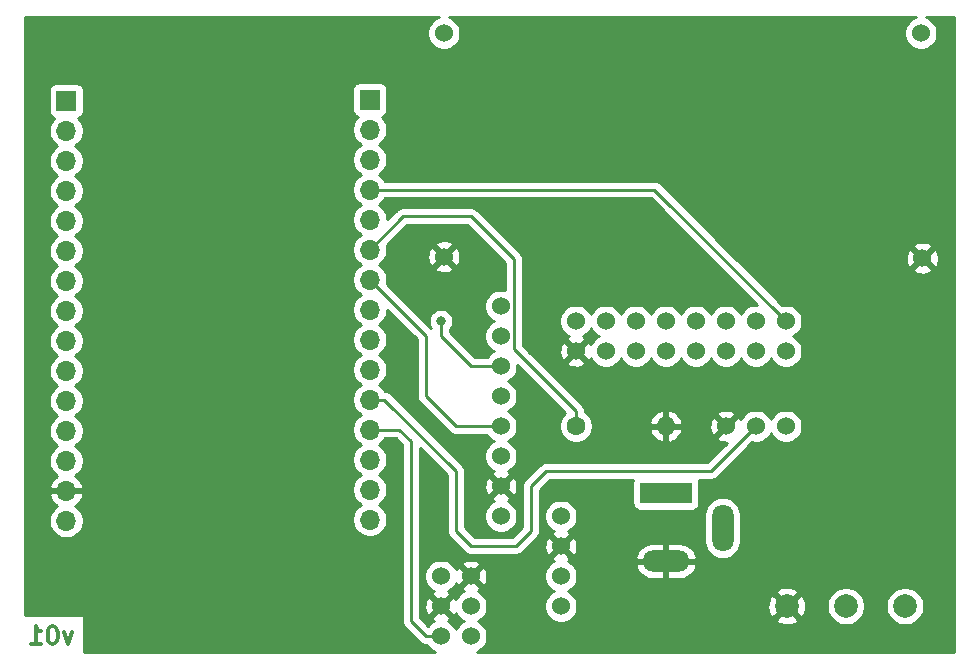
<source format=gbl>
%TF.GenerationSoftware,KiCad,Pcbnew,5.1.6-c6e7f7d~87~ubuntu18.04.1*%
%TF.CreationDate,2020-11-08T20:46:57+01:00*%
%TF.ProjectId,bleskomat-board,626c6573-6b6f-46d6-9174-2d626f617264,rev?*%
%TF.SameCoordinates,Original*%
%TF.FileFunction,Copper,L2,Bot*%
%TF.FilePolarity,Positive*%
%FSLAX46Y46*%
G04 Gerber Fmt 4.6, Leading zero omitted, Abs format (unit mm)*
G04 Created by KiCad (PCBNEW 5.1.6-c6e7f7d~87~ubuntu18.04.1) date 2020-11-08 20:46:57*
%MOMM*%
%LPD*%
G01*
G04 APERTURE LIST*
%TA.AperFunction,NonConductor*%
%ADD10C,0.300000*%
%TD*%
%TA.AperFunction,ComponentPad*%
%ADD11R,4.399999X1.800000*%
%TD*%
%TA.AperFunction,ComponentPad*%
%ADD12O,4.000000X1.800000*%
%TD*%
%TA.AperFunction,ComponentPad*%
%ADD13O,1.800000X4.000000*%
%TD*%
%TA.AperFunction,ComponentPad*%
%ADD14C,1.524000*%
%TD*%
%TA.AperFunction,ComponentPad*%
%ADD15O,1.600000X1.600000*%
%TD*%
%TA.AperFunction,ComponentPad*%
%ADD16C,1.600000*%
%TD*%
%TA.AperFunction,ComponentPad*%
%ADD17C,2.000000*%
%TD*%
%TA.AperFunction,ComponentPad*%
%ADD18O,1.700000X1.700000*%
%TD*%
%TA.AperFunction,ComponentPad*%
%ADD19R,1.700000X1.700000*%
%TD*%
%TA.AperFunction,ViaPad*%
%ADD20C,0.800000*%
%TD*%
%TA.AperFunction,Conductor*%
%ADD21C,0.250000*%
%TD*%
%TA.AperFunction,Conductor*%
%ADD22C,0.254000*%
%TD*%
G04 APERTURE END LIST*
D10*
X104655714Y-112708571D02*
X104298571Y-113708571D01*
X103941428Y-112708571D01*
X103084285Y-112208571D02*
X102941428Y-112208571D01*
X102798571Y-112280000D01*
X102727142Y-112351428D01*
X102655714Y-112494285D01*
X102584285Y-112780000D01*
X102584285Y-113137142D01*
X102655714Y-113422857D01*
X102727142Y-113565714D01*
X102798571Y-113637142D01*
X102941428Y-113708571D01*
X103084285Y-113708571D01*
X103227142Y-113637142D01*
X103298571Y-113565714D01*
X103370000Y-113422857D01*
X103441428Y-113137142D01*
X103441428Y-112780000D01*
X103370000Y-112494285D01*
X103298571Y-112351428D01*
X103227142Y-112280000D01*
X103084285Y-112208571D01*
X101155714Y-113708571D02*
X102012857Y-113708571D01*
X101584285Y-113708571D02*
X101584285Y-112208571D01*
X101727142Y-112422857D01*
X101870000Y-112565714D01*
X102012857Y-112637142D01*
D11*
%TO.P,barrel-jack,1*%
%TO.N,Net-(J1-Pad2)*%
X154940000Y-100880000D03*
D12*
%TO.P,barrel-jack,2*%
%TO.N,GND*%
X154940000Y-106680000D03*
D13*
%TO.P,barrel-jack,3*%
%TO.N,N/C*%
X159740000Y-103880000D03*
%TD*%
D14*
%TO.P,button,4*%
%TO.N,N/C*%
X146050000Y-110490000D03*
%TO.P,button,3*%
X146050000Y-107950000D03*
%TO.P,button,2*%
%TO.N,GND*%
X146050000Y-105410000D03*
%TO.P,button,1*%
%TO.N,Net-(U1-Pad15)*%
X146050000Y-102870000D03*
%TD*%
%TO.P,stepdown1,3*%
%TO.N,GND*%
X176657000Y-81026000D03*
%TO.P,stepdown1,4*%
%TO.N,Net-(J1-Pad3)*%
X176530000Y-61976000D03*
%TO.P,stepdown1,2*%
%TO.N,Net-(J1-Pad2)*%
X136144000Y-61976000D03*
%TO.P,stepdown1,1*%
%TO.N,GND*%
X136144000Y-80899000D03*
%TD*%
%TO.P,relay1,5*%
%TO.N,GND*%
X135890000Y-110490000D03*
%TO.P,relay1,4*%
%TO.N,Net-(U1-Pad19)*%
X135890000Y-113030000D03*
%TO.P,relay1,6*%
%TO.N,Net-(J1-Pad3)*%
X135890000Y-107950000D03*
%TO.P,relay1,1*%
%TO.N,N/C*%
X138430000Y-113030000D03*
%TO.P,relay1,2*%
%TO.N,Net-(coina-acceptor1-Pad3)*%
X138430000Y-110490000D03*
%TO.P,relay1,3*%
%TO.N,GND*%
X138430000Y-107950000D03*
%TD*%
D15*
%TO.P,R1,2*%
%TO.N,GND*%
X154940000Y-95250000D03*
D16*
%TO.P,R1,1*%
%TO.N,Net-(R1-Pad1)*%
X147320000Y-95250000D03*
%TD*%
D17*
%TO.P,alternative-power,3*%
%TO.N,Net-(J1-Pad3)*%
X175180000Y-110490000D03*
%TO.P,alternative-power,2*%
%TO.N,Net-(J1-Pad2)*%
X170180000Y-110490000D03*
%TO.P,alternative-power,1*%
%TO.N,GND*%
X165180000Y-110490000D03*
%TD*%
D14*
%TO.P,coina-acceptor1,1*%
%TO.N,Net-(J1-Pad2)*%
X165100000Y-95250000D03*
%TO.P,coina-acceptor1,2*%
%TO.N,Net-(U1-Pad20)*%
X162560000Y-95250000D03*
%TO.P,coina-acceptor1,3*%
%TO.N,GND*%
X160020000Y-95250000D03*
%TD*%
%TO.P,bill-acceptor1,4*%
%TO.N,N/C*%
X162560000Y-88900000D03*
%TO.P,bill-acceptor1,2*%
X165100000Y-88900000D03*
%TO.P,bill-acceptor1,16*%
%TO.N,GND*%
X147320000Y-88900000D03*
%TO.P,bill-acceptor1,14*%
%TO.N,N/C*%
X149860000Y-88900000D03*
%TO.P,bill-acceptor1,12*%
X152400000Y-88900000D03*
%TO.P,bill-acceptor1,10*%
X154940000Y-88900000D03*
%TO.P,bill-acceptor1,8*%
X157480000Y-88900000D03*
%TO.P,bill-acceptor1,6*%
X160020000Y-88900000D03*
%TO.P,bill-acceptor1,1*%
%TO.N,Net-(U1-Pad27)*%
X165100000Y-86360000D03*
%TO.P,bill-acceptor1,3*%
%TO.N,N/C*%
X162560000Y-86360000D03*
%TO.P,bill-acceptor1,5*%
X160020000Y-86360000D03*
%TO.P,bill-acceptor1,7*%
X157480000Y-86360000D03*
%TO.P,bill-acceptor1,9*%
X154940000Y-86360000D03*
%TO.P,bill-acceptor1,11*%
X152400000Y-86360000D03*
%TO.P,bill-acceptor1,13*%
X149860000Y-86360000D03*
%TO.P,bill-acceptor1,15*%
%TO.N,Net-(J1-Pad2)*%
X147320000Y-86360000D03*
%TD*%
%TO.P,tft,8*%
%TO.N,Net-(U1-Pad15)*%
X140970000Y-102870000D03*
%TO.P,tft,7*%
%TO.N,GND*%
X140970000Y-100330000D03*
%TO.P,tft,6*%
%TO.N,Net-(J1-Pad3)*%
X140970000Y-97790000D03*
%TO.P,tft,5*%
%TO.N,Net-(U1-Pad24)*%
X140970000Y-95250000D03*
%TO.P,tft,4*%
%TO.N,Net-(U1-Pad30)*%
X140970000Y-92710000D03*
%TO.P,tft,3*%
%TO.N,Net-(U1-Pad22)*%
X140970000Y-90170000D03*
%TO.P,tft,2*%
%TO.N,Net-(U1-Pad21)*%
X140970000Y-87630000D03*
%TO.P,tft,1*%
%TO.N,Net-(U1-Pad23)*%
X140970000Y-85090000D03*
%TD*%
D18*
%TO.P,esp32-dev,16*%
%TO.N,Net-(J1-Pad3)*%
X129870000Y-103160000D03*
%TO.P,esp32-dev,17*%
%TO.N,Net-(U1-Pad17)*%
X129870000Y-100620000D03*
%TO.P,esp32-dev,18*%
%TO.N,Net-(U1-Pad18)*%
X129870000Y-98080000D03*
%TO.P,esp32-dev,19*%
%TO.N,Net-(U1-Pad19)*%
X129870000Y-95540000D03*
%TO.P,esp32-dev,20*%
%TO.N,Net-(U1-Pad20)*%
X129870000Y-93000000D03*
%TO.P,esp32-dev,21*%
%TO.N,Net-(U1-Pad21)*%
X129870000Y-90460000D03*
%TO.P,esp32-dev,22*%
%TO.N,Net-(U1-Pad22)*%
X129870000Y-87920000D03*
%TO.P,esp32-dev,23*%
%TO.N,Net-(U1-Pad23)*%
X129870000Y-85380000D03*
%TO.P,esp32-dev,24*%
%TO.N,Net-(U1-Pad24)*%
X129870000Y-82840000D03*
%TO.P,esp32-dev,25*%
%TO.N,Net-(R1-Pad1)*%
X129870000Y-80300000D03*
%TO.P,esp32-dev,26*%
%TO.N,Net-(U1-Pad26)*%
X129870000Y-77760000D03*
%TO.P,esp32-dev,27*%
%TO.N,Net-(U1-Pad27)*%
X129870000Y-75220000D03*
%TO.P,esp32-dev,28*%
%TO.N,Net-(U1-Pad28)*%
X129870000Y-72680000D03*
%TO.P,esp32-dev,29*%
%TO.N,Net-(U1-Pad29)*%
X129870000Y-70140000D03*
D19*
%TO.P,esp32-dev,30*%
%TO.N,Net-(U1-Pad30)*%
X129870000Y-67600000D03*
X129870000Y-67600000D03*
D18*
%TO.P,esp32-dev,29*%
%TO.N,Net-(U1-Pad29)*%
X129870000Y-70140000D03*
%TO.P,esp32-dev,28*%
%TO.N,Net-(U1-Pad28)*%
X129870000Y-72680000D03*
%TO.P,esp32-dev,27*%
%TO.N,Net-(U1-Pad27)*%
X129870000Y-75220000D03*
%TO.P,esp32-dev,26*%
%TO.N,Net-(U1-Pad26)*%
X129870000Y-77760000D03*
%TO.P,esp32-dev,25*%
%TO.N,Net-(R1-Pad1)*%
X129870000Y-80300000D03*
%TO.P,esp32-dev,24*%
%TO.N,Net-(U1-Pad24)*%
X129870000Y-82840000D03*
%TO.P,esp32-dev,23*%
%TO.N,Net-(U1-Pad23)*%
X129870000Y-85380000D03*
%TO.P,esp32-dev,22*%
%TO.N,Net-(U1-Pad22)*%
X129870000Y-87920000D03*
%TO.P,esp32-dev,21*%
%TO.N,Net-(U1-Pad21)*%
X129870000Y-90460000D03*
%TO.P,esp32-dev,20*%
%TO.N,Net-(U1-Pad20)*%
X129870000Y-93000000D03*
%TO.P,esp32-dev,19*%
%TO.N,Net-(U1-Pad19)*%
X129870000Y-95540000D03*
%TO.P,esp32-dev,18*%
%TO.N,Net-(U1-Pad18)*%
X129870000Y-98080000D03*
%TO.P,esp32-dev,17*%
%TO.N,Net-(U1-Pad17)*%
X129870000Y-100620000D03*
%TO.P,esp32-dev,16*%
%TO.N,Net-(J1-Pad3)*%
X129870000Y-103160000D03*
%TO.P,esp32-dev,15*%
%TO.N,Net-(U1-Pad15)*%
X104170000Y-103260000D03*
%TO.P,esp32-dev,14*%
%TO.N,GND*%
X104170000Y-100720000D03*
%TO.P,esp32-dev,13*%
%TO.N,Net-(U1-Pad13)*%
X104170000Y-98180000D03*
%TO.P,esp32-dev,12*%
%TO.N,Net-(U1-Pad12)*%
X104170000Y-95640000D03*
%TO.P,esp32-dev,11*%
%TO.N,Net-(U1-Pad11)*%
X104170000Y-93100000D03*
%TO.P,esp32-dev,10*%
%TO.N,Net-(U1-Pad10)*%
X104170000Y-90560000D03*
%TO.P,esp32-dev,9*%
%TO.N,Net-(U1-Pad9)*%
X104170000Y-88020000D03*
%TO.P,esp32-dev,8*%
%TO.N,Net-(U1-Pad8)*%
X104170000Y-85480000D03*
%TO.P,esp32-dev,7*%
%TO.N,Net-(U1-Pad7)*%
X104170000Y-82940000D03*
%TO.P,esp32-dev,6*%
%TO.N,Net-(U1-Pad6)*%
X104170000Y-80400000D03*
%TO.P,esp32-dev,5*%
%TO.N,Net-(U1-Pad5)*%
X104170000Y-77860000D03*
%TO.P,esp32-dev,4*%
%TO.N,Net-(U1-Pad4)*%
X104170000Y-75320000D03*
%TO.P,esp32-dev,3*%
%TO.N,Net-(U1-Pad3)*%
X104170000Y-72780000D03*
%TO.P,esp32-dev,2*%
%TO.N,Net-(U1-Pad2)*%
X104170000Y-70240000D03*
D19*
%TO.P,esp32-dev,1*%
%TO.N,Net-(U1-Pad1)*%
X104170000Y-67700000D03*
X104170000Y-67700000D03*
D18*
%TO.P,esp32-dev,2*%
%TO.N,Net-(U1-Pad2)*%
X104170000Y-70240000D03*
%TO.P,esp32-dev,3*%
%TO.N,Net-(U1-Pad3)*%
X104170000Y-72780000D03*
%TO.P,esp32-dev,4*%
%TO.N,Net-(U1-Pad4)*%
X104170000Y-75320000D03*
%TO.P,esp32-dev,5*%
%TO.N,Net-(U1-Pad5)*%
X104170000Y-77860000D03*
%TO.P,esp32-dev,6*%
%TO.N,Net-(U1-Pad6)*%
X104170000Y-80400000D03*
%TO.P,esp32-dev,7*%
%TO.N,Net-(U1-Pad7)*%
X104170000Y-82940000D03*
%TO.P,esp32-dev,8*%
%TO.N,Net-(U1-Pad8)*%
X104170000Y-85480000D03*
%TO.P,esp32-dev,9*%
%TO.N,Net-(U1-Pad9)*%
X104170000Y-88020000D03*
%TO.P,esp32-dev,10*%
%TO.N,Net-(U1-Pad10)*%
X104170000Y-90560000D03*
%TO.P,esp32-dev,11*%
%TO.N,Net-(U1-Pad11)*%
X104170000Y-93100000D03*
%TO.P,esp32-dev,12*%
%TO.N,Net-(U1-Pad12)*%
X104170000Y-95640000D03*
%TO.P,esp32-dev,13*%
%TO.N,Net-(U1-Pad13)*%
X104170000Y-98180000D03*
%TO.P,esp32-dev,14*%
%TO.N,GND*%
X104170000Y-100720000D03*
%TO.P,esp32-dev,15*%
%TO.N,Net-(U1-Pad15)*%
X104170000Y-103260000D03*
%TD*%
D20*
%TO.N,Net-(U1-Pad22)*%
X135890000Y-86360000D03*
%TD*%
D21*
%TO.N,Net-(U1-Pad27)*%
X153960000Y-75220000D02*
X129870000Y-75220000D01*
X165100000Y-86360000D02*
X153960000Y-75220000D01*
%TO.N,Net-(U1-Pad24)*%
X140970000Y-95250000D02*
X137160000Y-95250000D01*
X137160000Y-95250000D02*
X134620000Y-92710000D01*
X134620000Y-87590000D02*
X129870000Y-82840000D01*
X134620000Y-92710000D02*
X134620000Y-87590000D01*
%TO.N,Net-(U1-Pad22)*%
X140970000Y-90170000D02*
X138430000Y-90170000D01*
X138430000Y-90170000D02*
X135890000Y-87630000D01*
X135890000Y-87630000D02*
X135890000Y-86360000D01*
%TO.N,Net-(U1-Pad20)*%
X131100000Y-93000000D02*
X129870000Y-93000000D01*
X137160000Y-99060000D02*
X131100000Y-93000000D01*
X138430000Y-105410000D02*
X137160000Y-104140000D01*
X158750000Y-99060000D02*
X144780000Y-99060000D01*
X162560000Y-95250000D02*
X158750000Y-99060000D01*
X144780000Y-99060000D02*
X143510000Y-100330000D01*
X143510000Y-104140000D02*
X142240000Y-105410000D01*
X137160000Y-104140000D02*
X137160000Y-99060000D01*
X143510000Y-100330000D02*
X143510000Y-104140000D01*
X142240000Y-105410000D02*
X138430000Y-105410000D01*
%TO.N,Net-(U1-Pad19)*%
X135890000Y-113030000D02*
X134620000Y-113030000D01*
X134620000Y-113030000D02*
X133350000Y-111760000D01*
X133350000Y-111760000D02*
X133350000Y-96520000D01*
X132370000Y-95540000D02*
X129870000Y-95540000D01*
X133350000Y-96520000D02*
X132370000Y-95540000D01*
%TO.N,Net-(R1-Pad1)*%
X147320000Y-95250000D02*
X147320000Y-93980000D01*
X142057001Y-88717001D02*
X142057001Y-81097001D01*
X147320000Y-93980000D02*
X142057001Y-88717001D01*
X142057001Y-81097001D02*
X138430000Y-77470000D01*
X132700000Y-77470000D02*
X129870000Y-80300000D01*
X138430000Y-77470000D02*
X132700000Y-77470000D01*
%TD*%
D22*
%TO.N,GND*%
G36*
X135482273Y-60737995D02*
G01*
X135253465Y-60890880D01*
X135058880Y-61085465D01*
X134905995Y-61314273D01*
X134800686Y-61568510D01*
X134747000Y-61838408D01*
X134747000Y-62113592D01*
X134800686Y-62383490D01*
X134905995Y-62637727D01*
X135058880Y-62866535D01*
X135253465Y-63061120D01*
X135482273Y-63214005D01*
X135736510Y-63319314D01*
X136006408Y-63373000D01*
X136281592Y-63373000D01*
X136551490Y-63319314D01*
X136805727Y-63214005D01*
X137034535Y-63061120D01*
X137229120Y-62866535D01*
X137382005Y-62637727D01*
X137487314Y-62383490D01*
X137541000Y-62113592D01*
X137541000Y-61838408D01*
X137487314Y-61568510D01*
X137382005Y-61314273D01*
X137229120Y-61085465D01*
X137034535Y-60890880D01*
X136805727Y-60737995D01*
X136587737Y-60647700D01*
X176086263Y-60647700D01*
X175868273Y-60737995D01*
X175639465Y-60890880D01*
X175444880Y-61085465D01*
X175291995Y-61314273D01*
X175186686Y-61568510D01*
X175133000Y-61838408D01*
X175133000Y-62113592D01*
X175186686Y-62383490D01*
X175291995Y-62637727D01*
X175444880Y-62866535D01*
X175639465Y-63061120D01*
X175868273Y-63214005D01*
X176122510Y-63319314D01*
X176392408Y-63373000D01*
X176667592Y-63373000D01*
X176937490Y-63319314D01*
X177191727Y-63214005D01*
X177420535Y-63061120D01*
X177615120Y-62866535D01*
X177768005Y-62637727D01*
X177873314Y-62383490D01*
X177927000Y-62113592D01*
X177927000Y-61838408D01*
X177873314Y-61568510D01*
X177768005Y-61314273D01*
X177615120Y-61085465D01*
X177420535Y-60890880D01*
X177191727Y-60737995D01*
X176973737Y-60647700D01*
X179340001Y-60647700D01*
X179340000Y-114340000D01*
X138917917Y-114340000D01*
X139091727Y-114268005D01*
X139320535Y-114115120D01*
X139515120Y-113920535D01*
X139668005Y-113691727D01*
X139773314Y-113437490D01*
X139827000Y-113167592D01*
X139827000Y-112892408D01*
X139773314Y-112622510D01*
X139668005Y-112368273D01*
X139515120Y-112139465D01*
X139320535Y-111944880D01*
X139091727Y-111791995D01*
X139014485Y-111760000D01*
X139091727Y-111728005D01*
X139320535Y-111575120D01*
X139515120Y-111380535D01*
X139668005Y-111151727D01*
X139773314Y-110897490D01*
X139827000Y-110627592D01*
X139827000Y-110352408D01*
X139773314Y-110082510D01*
X139668005Y-109828273D01*
X139515120Y-109599465D01*
X139320535Y-109404880D01*
X139091727Y-109251995D01*
X139020057Y-109222308D01*
X139033023Y-109217636D01*
X139148980Y-109155656D01*
X139215960Y-108915565D01*
X138430000Y-108129605D01*
X137644040Y-108915565D01*
X137711020Y-109155656D01*
X137846760Y-109219485D01*
X137768273Y-109251995D01*
X137539465Y-109404880D01*
X137344880Y-109599465D01*
X137191995Y-109828273D01*
X137162308Y-109899943D01*
X137157636Y-109886977D01*
X137095656Y-109771020D01*
X136855565Y-109704040D01*
X136069605Y-110490000D01*
X136855565Y-111275960D01*
X137095656Y-111208980D01*
X137159485Y-111073240D01*
X137191995Y-111151727D01*
X137344880Y-111380535D01*
X137539465Y-111575120D01*
X137768273Y-111728005D01*
X137845515Y-111760000D01*
X137768273Y-111791995D01*
X137539465Y-111944880D01*
X137344880Y-112139465D01*
X137191995Y-112368273D01*
X137160000Y-112445515D01*
X137128005Y-112368273D01*
X136975120Y-112139465D01*
X136780535Y-111944880D01*
X136551727Y-111791995D01*
X136480057Y-111762308D01*
X136493023Y-111757636D01*
X136608980Y-111695656D01*
X136675960Y-111455565D01*
X135890000Y-110669605D01*
X135104040Y-111455565D01*
X135171020Y-111695656D01*
X135306760Y-111759485D01*
X135228273Y-111791995D01*
X134999465Y-111944880D01*
X134804880Y-112139465D01*
X134804634Y-112139833D01*
X134110000Y-111445199D01*
X134110000Y-110562017D01*
X134488090Y-110562017D01*
X134529078Y-110834133D01*
X134622364Y-111093023D01*
X134684344Y-111208980D01*
X134924435Y-111275960D01*
X135710395Y-110490000D01*
X134924435Y-109704040D01*
X134684344Y-109771020D01*
X134567244Y-110020048D01*
X134500977Y-110287135D01*
X134488090Y-110562017D01*
X134110000Y-110562017D01*
X134110000Y-107812408D01*
X134493000Y-107812408D01*
X134493000Y-108087592D01*
X134546686Y-108357490D01*
X134651995Y-108611727D01*
X134804880Y-108840535D01*
X134999465Y-109035120D01*
X135228273Y-109188005D01*
X135299943Y-109217692D01*
X135286977Y-109222364D01*
X135171020Y-109284344D01*
X135104040Y-109524435D01*
X135890000Y-110310395D01*
X136675960Y-109524435D01*
X136608980Y-109284344D01*
X136473240Y-109220515D01*
X136551727Y-109188005D01*
X136780535Y-109035120D01*
X136975120Y-108840535D01*
X137128005Y-108611727D01*
X137157692Y-108540057D01*
X137162364Y-108553023D01*
X137224344Y-108668980D01*
X137464435Y-108735960D01*
X138250395Y-107950000D01*
X138609605Y-107950000D01*
X139395565Y-108735960D01*
X139635656Y-108668980D01*
X139752756Y-108419952D01*
X139819023Y-108152865D01*
X139831910Y-107877983D01*
X139822033Y-107812408D01*
X144653000Y-107812408D01*
X144653000Y-108087592D01*
X144706686Y-108357490D01*
X144811995Y-108611727D01*
X144964880Y-108840535D01*
X145159465Y-109035120D01*
X145388273Y-109188005D01*
X145465515Y-109220000D01*
X145388273Y-109251995D01*
X145159465Y-109404880D01*
X144964880Y-109599465D01*
X144811995Y-109828273D01*
X144706686Y-110082510D01*
X144653000Y-110352408D01*
X144653000Y-110627592D01*
X144706686Y-110897490D01*
X144811995Y-111151727D01*
X144964880Y-111380535D01*
X145159465Y-111575120D01*
X145388273Y-111728005D01*
X145642510Y-111833314D01*
X145912408Y-111887000D01*
X146187592Y-111887000D01*
X146457490Y-111833314D01*
X146711727Y-111728005D01*
X146865266Y-111625413D01*
X164224192Y-111625413D01*
X164319956Y-111889814D01*
X164609571Y-112030704D01*
X164921108Y-112112384D01*
X165242595Y-112131718D01*
X165561675Y-112087961D01*
X165866088Y-111982795D01*
X166040044Y-111889814D01*
X166135808Y-111625413D01*
X165180000Y-110669605D01*
X164224192Y-111625413D01*
X146865266Y-111625413D01*
X146940535Y-111575120D01*
X147135120Y-111380535D01*
X147288005Y-111151727D01*
X147393314Y-110897490D01*
X147447000Y-110627592D01*
X147447000Y-110552595D01*
X163538282Y-110552595D01*
X163582039Y-110871675D01*
X163687205Y-111176088D01*
X163780186Y-111350044D01*
X164044587Y-111445808D01*
X165000395Y-110490000D01*
X165359605Y-110490000D01*
X166315413Y-111445808D01*
X166579814Y-111350044D01*
X166720704Y-111060429D01*
X166802384Y-110748892D01*
X166821718Y-110427405D01*
X166808219Y-110328967D01*
X168545000Y-110328967D01*
X168545000Y-110651033D01*
X168607832Y-110966912D01*
X168731082Y-111264463D01*
X168910013Y-111532252D01*
X169137748Y-111759987D01*
X169405537Y-111938918D01*
X169703088Y-112062168D01*
X170018967Y-112125000D01*
X170341033Y-112125000D01*
X170656912Y-112062168D01*
X170954463Y-111938918D01*
X171222252Y-111759987D01*
X171449987Y-111532252D01*
X171628918Y-111264463D01*
X171752168Y-110966912D01*
X171815000Y-110651033D01*
X171815000Y-110328967D01*
X173545000Y-110328967D01*
X173545000Y-110651033D01*
X173607832Y-110966912D01*
X173731082Y-111264463D01*
X173910013Y-111532252D01*
X174137748Y-111759987D01*
X174405537Y-111938918D01*
X174703088Y-112062168D01*
X175018967Y-112125000D01*
X175341033Y-112125000D01*
X175656912Y-112062168D01*
X175954463Y-111938918D01*
X176222252Y-111759987D01*
X176449987Y-111532252D01*
X176628918Y-111264463D01*
X176752168Y-110966912D01*
X176815000Y-110651033D01*
X176815000Y-110328967D01*
X176752168Y-110013088D01*
X176628918Y-109715537D01*
X176449987Y-109447748D01*
X176222252Y-109220013D01*
X175954463Y-109041082D01*
X175656912Y-108917832D01*
X175341033Y-108855000D01*
X175018967Y-108855000D01*
X174703088Y-108917832D01*
X174405537Y-109041082D01*
X174137748Y-109220013D01*
X173910013Y-109447748D01*
X173731082Y-109715537D01*
X173607832Y-110013088D01*
X173545000Y-110328967D01*
X171815000Y-110328967D01*
X171752168Y-110013088D01*
X171628918Y-109715537D01*
X171449987Y-109447748D01*
X171222252Y-109220013D01*
X170954463Y-109041082D01*
X170656912Y-108917832D01*
X170341033Y-108855000D01*
X170018967Y-108855000D01*
X169703088Y-108917832D01*
X169405537Y-109041082D01*
X169137748Y-109220013D01*
X168910013Y-109447748D01*
X168731082Y-109715537D01*
X168607832Y-110013088D01*
X168545000Y-110328967D01*
X166808219Y-110328967D01*
X166777961Y-110108325D01*
X166672795Y-109803912D01*
X166579814Y-109629956D01*
X166315413Y-109534192D01*
X165359605Y-110490000D01*
X165000395Y-110490000D01*
X164044587Y-109534192D01*
X163780186Y-109629956D01*
X163639296Y-109919571D01*
X163557616Y-110231108D01*
X163538282Y-110552595D01*
X147447000Y-110552595D01*
X147447000Y-110352408D01*
X147393314Y-110082510D01*
X147288005Y-109828273D01*
X147135120Y-109599465D01*
X146940535Y-109404880D01*
X146865267Y-109354587D01*
X164224192Y-109354587D01*
X165180000Y-110310395D01*
X166135808Y-109354587D01*
X166040044Y-109090186D01*
X165750429Y-108949296D01*
X165438892Y-108867616D01*
X165117405Y-108848282D01*
X164798325Y-108892039D01*
X164493912Y-108997205D01*
X164319956Y-109090186D01*
X164224192Y-109354587D01*
X146865267Y-109354587D01*
X146711727Y-109251995D01*
X146634485Y-109220000D01*
X146711727Y-109188005D01*
X146940535Y-109035120D01*
X147135120Y-108840535D01*
X147288005Y-108611727D01*
X147393314Y-108357490D01*
X147447000Y-108087592D01*
X147447000Y-107812408D01*
X147393314Y-107542510D01*
X147288005Y-107288273D01*
X147135120Y-107059465D01*
X147120395Y-107044740D01*
X152348964Y-107044740D01*
X152373245Y-107150087D01*
X152493138Y-107427204D01*
X152664790Y-107675606D01*
X152881604Y-107885748D01*
X153135249Y-108049554D01*
X153415977Y-108160729D01*
X153713000Y-108215000D01*
X154813000Y-108215000D01*
X154813000Y-106807000D01*
X155067000Y-106807000D01*
X155067000Y-108215000D01*
X156167000Y-108215000D01*
X156464023Y-108160729D01*
X156744751Y-108049554D01*
X156998396Y-107885748D01*
X157215210Y-107675606D01*
X157386862Y-107427204D01*
X157506755Y-107150087D01*
X157531036Y-107044740D01*
X157410378Y-106807000D01*
X155067000Y-106807000D01*
X154813000Y-106807000D01*
X152469622Y-106807000D01*
X152348964Y-107044740D01*
X147120395Y-107044740D01*
X146940535Y-106864880D01*
X146711727Y-106711995D01*
X146640057Y-106682308D01*
X146653023Y-106677636D01*
X146768980Y-106615656D01*
X146835960Y-106375565D01*
X146775655Y-106315260D01*
X152348964Y-106315260D01*
X152469622Y-106553000D01*
X154813000Y-106553000D01*
X154813000Y-105145000D01*
X155067000Y-105145000D01*
X155067000Y-106553000D01*
X157410378Y-106553000D01*
X157531036Y-106315260D01*
X157506755Y-106209913D01*
X157386862Y-105932796D01*
X157215210Y-105684394D01*
X156998396Y-105474252D01*
X156744751Y-105310446D01*
X156464023Y-105199271D01*
X156167000Y-105145000D01*
X155067000Y-105145000D01*
X154813000Y-105145000D01*
X153713000Y-105145000D01*
X153415977Y-105199271D01*
X153135249Y-105310446D01*
X152881604Y-105474252D01*
X152664790Y-105684394D01*
X152493138Y-105932796D01*
X152373245Y-106209913D01*
X152348964Y-106315260D01*
X146775655Y-106315260D01*
X146050000Y-105589605D01*
X145264040Y-106375565D01*
X145331020Y-106615656D01*
X145466760Y-106679485D01*
X145388273Y-106711995D01*
X145159465Y-106864880D01*
X144964880Y-107059465D01*
X144811995Y-107288273D01*
X144706686Y-107542510D01*
X144653000Y-107812408D01*
X139822033Y-107812408D01*
X139790922Y-107605867D01*
X139697636Y-107346977D01*
X139635656Y-107231020D01*
X139395565Y-107164040D01*
X138609605Y-107950000D01*
X138250395Y-107950000D01*
X137464435Y-107164040D01*
X137224344Y-107231020D01*
X137160515Y-107366760D01*
X137128005Y-107288273D01*
X136975120Y-107059465D01*
X136900090Y-106984435D01*
X137644040Y-106984435D01*
X138430000Y-107770395D01*
X139215960Y-106984435D01*
X139148980Y-106744344D01*
X138899952Y-106627244D01*
X138632865Y-106560977D01*
X138357983Y-106548090D01*
X138085867Y-106589078D01*
X137826977Y-106682364D01*
X137711020Y-106744344D01*
X137644040Y-106984435D01*
X136900090Y-106984435D01*
X136780535Y-106864880D01*
X136551727Y-106711995D01*
X136297490Y-106606686D01*
X136027592Y-106553000D01*
X135752408Y-106553000D01*
X135482510Y-106606686D01*
X135228273Y-106711995D01*
X134999465Y-106864880D01*
X134804880Y-107059465D01*
X134651995Y-107288273D01*
X134546686Y-107542510D01*
X134493000Y-107812408D01*
X134110000Y-107812408D01*
X134110000Y-97084802D01*
X136400001Y-99374803D01*
X136400000Y-104102677D01*
X136396324Y-104140000D01*
X136400000Y-104177322D01*
X136400000Y-104177332D01*
X136410997Y-104288985D01*
X136448760Y-104413475D01*
X136454454Y-104432246D01*
X136525026Y-104564276D01*
X136564871Y-104612826D01*
X136619999Y-104680001D01*
X136649003Y-104703804D01*
X137866201Y-105921003D01*
X137889999Y-105950001D01*
X138005724Y-106044974D01*
X138137753Y-106115546D01*
X138281014Y-106159003D01*
X138392667Y-106170000D01*
X138392676Y-106170000D01*
X138429999Y-106173676D01*
X138467322Y-106170000D01*
X142202678Y-106170000D01*
X142240000Y-106173676D01*
X142277322Y-106170000D01*
X142277333Y-106170000D01*
X142388986Y-106159003D01*
X142532247Y-106115546D01*
X142664276Y-106044974D01*
X142780001Y-105950001D01*
X142803804Y-105920997D01*
X143242784Y-105482017D01*
X144648090Y-105482017D01*
X144689078Y-105754133D01*
X144782364Y-106013023D01*
X144844344Y-106128980D01*
X145084435Y-106195960D01*
X145870395Y-105410000D01*
X146229605Y-105410000D01*
X147015565Y-106195960D01*
X147255656Y-106128980D01*
X147372756Y-105879952D01*
X147439023Y-105612865D01*
X147451910Y-105337983D01*
X147410922Y-105065867D01*
X147317636Y-104806977D01*
X147255656Y-104691020D01*
X147015565Y-104624040D01*
X146229605Y-105410000D01*
X145870395Y-105410000D01*
X145084435Y-104624040D01*
X144844344Y-104691020D01*
X144727244Y-104940048D01*
X144660977Y-105207135D01*
X144648090Y-105482017D01*
X143242784Y-105482017D01*
X144021003Y-104703799D01*
X144050001Y-104680001D01*
X144144974Y-104564276D01*
X144215546Y-104432247D01*
X144259003Y-104288986D01*
X144270000Y-104177333D01*
X144270000Y-104177324D01*
X144273676Y-104140001D01*
X144270000Y-104102678D01*
X144270000Y-102732408D01*
X144653000Y-102732408D01*
X144653000Y-103007592D01*
X144706686Y-103277490D01*
X144811995Y-103531727D01*
X144964880Y-103760535D01*
X145159465Y-103955120D01*
X145388273Y-104108005D01*
X145459943Y-104137692D01*
X145446977Y-104142364D01*
X145331020Y-104204344D01*
X145264040Y-104444435D01*
X146050000Y-105230395D01*
X146835960Y-104444435D01*
X146768980Y-104204344D01*
X146633240Y-104140515D01*
X146711727Y-104108005D01*
X146940535Y-103955120D01*
X147135120Y-103760535D01*
X147288005Y-103531727D01*
X147393314Y-103277490D01*
X147447000Y-103007592D01*
X147447000Y-102732408D01*
X147441468Y-102704593D01*
X158205000Y-102704593D01*
X158205001Y-105055408D01*
X158227211Y-105280913D01*
X158314984Y-105570261D01*
X158457520Y-105836927D01*
X158649340Y-106070661D01*
X158883074Y-106262481D01*
X159149740Y-106405017D01*
X159439088Y-106492790D01*
X159740000Y-106522427D01*
X160040913Y-106492790D01*
X160330261Y-106405017D01*
X160596927Y-106262481D01*
X160830661Y-106070661D01*
X161022481Y-105836927D01*
X161165017Y-105570261D01*
X161252790Y-105280913D01*
X161275000Y-105055408D01*
X161275000Y-102704592D01*
X161252790Y-102479087D01*
X161165017Y-102189739D01*
X161022481Y-101923073D01*
X160830661Y-101689339D01*
X160596926Y-101497519D01*
X160330260Y-101354983D01*
X160040912Y-101267210D01*
X159740000Y-101237573D01*
X159439087Y-101267210D01*
X159149739Y-101354983D01*
X158883073Y-101497519D01*
X158649339Y-101689339D01*
X158457519Y-101923074D01*
X158314983Y-102189740D01*
X158227210Y-102479088D01*
X158205000Y-102704593D01*
X147441468Y-102704593D01*
X147393314Y-102462510D01*
X147288005Y-102208273D01*
X147135120Y-101979465D01*
X146940535Y-101784880D01*
X146711727Y-101631995D01*
X146457490Y-101526686D01*
X146187592Y-101473000D01*
X145912408Y-101473000D01*
X145642510Y-101526686D01*
X145388273Y-101631995D01*
X145159465Y-101784880D01*
X144964880Y-101979465D01*
X144811995Y-102208273D01*
X144706686Y-102462510D01*
X144653000Y-102732408D01*
X144270000Y-102732408D01*
X144270000Y-100644801D01*
X145094802Y-99820000D01*
X152124963Y-99820000D01*
X152114189Y-99855518D01*
X152101929Y-99980000D01*
X152101929Y-101780000D01*
X152114189Y-101904482D01*
X152150499Y-102024180D01*
X152209464Y-102134494D01*
X152288816Y-102231185D01*
X152385507Y-102310537D01*
X152495821Y-102369502D01*
X152615519Y-102405812D01*
X152740001Y-102418072D01*
X157139999Y-102418072D01*
X157264481Y-102405812D01*
X157384179Y-102369502D01*
X157494493Y-102310537D01*
X157591184Y-102231185D01*
X157670536Y-102134494D01*
X157729501Y-102024180D01*
X157765811Y-101904482D01*
X157778071Y-101780000D01*
X157778071Y-99980000D01*
X157765811Y-99855518D01*
X157755037Y-99820000D01*
X158712678Y-99820000D01*
X158750000Y-99823676D01*
X158787322Y-99820000D01*
X158787333Y-99820000D01*
X158898986Y-99809003D01*
X159042247Y-99765546D01*
X159174276Y-99694974D01*
X159290001Y-99600001D01*
X159313804Y-99570997D01*
X162268430Y-96616372D01*
X162422408Y-96647000D01*
X162697592Y-96647000D01*
X162967490Y-96593314D01*
X163221727Y-96488005D01*
X163450535Y-96335120D01*
X163645120Y-96140535D01*
X163798005Y-95911727D01*
X163830000Y-95834485D01*
X163861995Y-95911727D01*
X164014880Y-96140535D01*
X164209465Y-96335120D01*
X164438273Y-96488005D01*
X164692510Y-96593314D01*
X164962408Y-96647000D01*
X165237592Y-96647000D01*
X165507490Y-96593314D01*
X165761727Y-96488005D01*
X165990535Y-96335120D01*
X166185120Y-96140535D01*
X166338005Y-95911727D01*
X166443314Y-95657490D01*
X166497000Y-95387592D01*
X166497000Y-95112408D01*
X166443314Y-94842510D01*
X166338005Y-94588273D01*
X166185120Y-94359465D01*
X165990535Y-94164880D01*
X165761727Y-94011995D01*
X165507490Y-93906686D01*
X165237592Y-93853000D01*
X164962408Y-93853000D01*
X164692510Y-93906686D01*
X164438273Y-94011995D01*
X164209465Y-94164880D01*
X164014880Y-94359465D01*
X163861995Y-94588273D01*
X163830000Y-94665515D01*
X163798005Y-94588273D01*
X163645120Y-94359465D01*
X163450535Y-94164880D01*
X163221727Y-94011995D01*
X162967490Y-93906686D01*
X162697592Y-93853000D01*
X162422408Y-93853000D01*
X162152510Y-93906686D01*
X161898273Y-94011995D01*
X161669465Y-94164880D01*
X161474880Y-94359465D01*
X161321995Y-94588273D01*
X161292308Y-94659943D01*
X161287636Y-94646977D01*
X161225656Y-94531020D01*
X160985565Y-94464040D01*
X160199605Y-95250000D01*
X160213748Y-95264143D01*
X160034143Y-95443748D01*
X160020000Y-95429605D01*
X159234040Y-96215565D01*
X159301020Y-96455656D01*
X159550048Y-96572756D01*
X159817135Y-96639023D01*
X160083679Y-96651519D01*
X158435199Y-98300000D01*
X144817322Y-98300000D01*
X144779999Y-98296324D01*
X144742676Y-98300000D01*
X144742667Y-98300000D01*
X144631014Y-98310997D01*
X144487753Y-98354454D01*
X144355724Y-98425026D01*
X144239999Y-98519999D01*
X144216201Y-98548997D01*
X142999003Y-99766196D01*
X142969999Y-99789999D01*
X142916229Y-99855518D01*
X142875026Y-99905724D01*
X142804455Y-100037753D01*
X142804454Y-100037754D01*
X142760997Y-100181015D01*
X142750000Y-100292668D01*
X142750000Y-100292678D01*
X142746324Y-100330000D01*
X142750000Y-100367323D01*
X142750001Y-103825197D01*
X141925199Y-104650000D01*
X138744802Y-104650000D01*
X137920000Y-103825199D01*
X137920000Y-102732408D01*
X139573000Y-102732408D01*
X139573000Y-103007592D01*
X139626686Y-103277490D01*
X139731995Y-103531727D01*
X139884880Y-103760535D01*
X140079465Y-103955120D01*
X140308273Y-104108005D01*
X140562510Y-104213314D01*
X140832408Y-104267000D01*
X141107592Y-104267000D01*
X141377490Y-104213314D01*
X141631727Y-104108005D01*
X141860535Y-103955120D01*
X142055120Y-103760535D01*
X142208005Y-103531727D01*
X142313314Y-103277490D01*
X142367000Y-103007592D01*
X142367000Y-102732408D01*
X142313314Y-102462510D01*
X142208005Y-102208273D01*
X142055120Y-101979465D01*
X141860535Y-101784880D01*
X141631727Y-101631995D01*
X141560057Y-101602308D01*
X141573023Y-101597636D01*
X141688980Y-101535656D01*
X141755960Y-101295565D01*
X140970000Y-100509605D01*
X140184040Y-101295565D01*
X140251020Y-101535656D01*
X140386760Y-101599485D01*
X140308273Y-101631995D01*
X140079465Y-101784880D01*
X139884880Y-101979465D01*
X139731995Y-102208273D01*
X139626686Y-102462510D01*
X139573000Y-102732408D01*
X137920000Y-102732408D01*
X137920000Y-100402017D01*
X139568090Y-100402017D01*
X139609078Y-100674133D01*
X139702364Y-100933023D01*
X139764344Y-101048980D01*
X140004435Y-101115960D01*
X140790395Y-100330000D01*
X141149605Y-100330000D01*
X141935565Y-101115960D01*
X142175656Y-101048980D01*
X142292756Y-100799952D01*
X142359023Y-100532865D01*
X142371910Y-100257983D01*
X142330922Y-99985867D01*
X142237636Y-99726977D01*
X142175656Y-99611020D01*
X141935565Y-99544040D01*
X141149605Y-100330000D01*
X140790395Y-100330000D01*
X140004435Y-99544040D01*
X139764344Y-99611020D01*
X139647244Y-99860048D01*
X139580977Y-100127135D01*
X139568090Y-100402017D01*
X137920000Y-100402017D01*
X137920000Y-99097322D01*
X137923676Y-99059999D01*
X137920000Y-99022676D01*
X137920000Y-99022667D01*
X137909003Y-98911014D01*
X137865546Y-98767753D01*
X137794974Y-98635724D01*
X137700001Y-98519999D01*
X137671003Y-98496201D01*
X131663804Y-92489003D01*
X131640001Y-92459999D01*
X131524276Y-92365026D01*
X131392247Y-92294454D01*
X131248986Y-92250997D01*
X131148942Y-92241143D01*
X131023475Y-92053368D01*
X130816632Y-91846525D01*
X130642240Y-91730000D01*
X130816632Y-91613475D01*
X131023475Y-91406632D01*
X131185990Y-91163411D01*
X131297932Y-90893158D01*
X131355000Y-90606260D01*
X131355000Y-90313740D01*
X131297932Y-90026842D01*
X131185990Y-89756589D01*
X131023475Y-89513368D01*
X130816632Y-89306525D01*
X130642240Y-89190000D01*
X130816632Y-89073475D01*
X131023475Y-88866632D01*
X131185990Y-88623411D01*
X131297932Y-88353158D01*
X131355000Y-88066260D01*
X131355000Y-87773740D01*
X131297932Y-87486842D01*
X131185990Y-87216589D01*
X131023475Y-86973368D01*
X130816632Y-86766525D01*
X130642240Y-86650000D01*
X130816632Y-86533475D01*
X131023475Y-86326632D01*
X131185990Y-86083411D01*
X131297932Y-85813158D01*
X131355000Y-85526260D01*
X131355000Y-85399802D01*
X133860001Y-87904804D01*
X133860000Y-92672677D01*
X133856324Y-92710000D01*
X133860000Y-92747322D01*
X133860000Y-92747332D01*
X133870997Y-92858985D01*
X133899740Y-92953740D01*
X133914454Y-93002246D01*
X133985026Y-93134276D01*
X134024871Y-93182826D01*
X134079999Y-93250001D01*
X134109003Y-93273804D01*
X136596205Y-95761008D01*
X136619999Y-95790001D01*
X136648992Y-95813795D01*
X136648996Y-95813799D01*
X136719685Y-95871811D01*
X136735724Y-95884974D01*
X136867753Y-95955546D01*
X137011014Y-95999003D01*
X137122667Y-96010000D01*
X137122676Y-96010000D01*
X137159999Y-96013676D01*
X137197322Y-96010000D01*
X139797659Y-96010000D01*
X139884880Y-96140535D01*
X140079465Y-96335120D01*
X140308273Y-96488005D01*
X140385515Y-96520000D01*
X140308273Y-96551995D01*
X140079465Y-96704880D01*
X139884880Y-96899465D01*
X139731995Y-97128273D01*
X139626686Y-97382510D01*
X139573000Y-97652408D01*
X139573000Y-97927592D01*
X139626686Y-98197490D01*
X139731995Y-98451727D01*
X139884880Y-98680535D01*
X140079465Y-98875120D01*
X140308273Y-99028005D01*
X140379943Y-99057692D01*
X140366977Y-99062364D01*
X140251020Y-99124344D01*
X140184040Y-99364435D01*
X140970000Y-100150395D01*
X141755960Y-99364435D01*
X141688980Y-99124344D01*
X141553240Y-99060515D01*
X141631727Y-99028005D01*
X141860535Y-98875120D01*
X142055120Y-98680535D01*
X142208005Y-98451727D01*
X142313314Y-98197490D01*
X142367000Y-97927592D01*
X142367000Y-97652408D01*
X142313314Y-97382510D01*
X142208005Y-97128273D01*
X142055120Y-96899465D01*
X141860535Y-96704880D01*
X141631727Y-96551995D01*
X141554485Y-96520000D01*
X141631727Y-96488005D01*
X141860535Y-96335120D01*
X142055120Y-96140535D01*
X142208005Y-95911727D01*
X142313314Y-95657490D01*
X142367000Y-95387592D01*
X142367000Y-95112408D01*
X142313314Y-94842510D01*
X142208005Y-94588273D01*
X142055120Y-94359465D01*
X141860535Y-94164880D01*
X141631727Y-94011995D01*
X141554485Y-93980000D01*
X141631727Y-93948005D01*
X141860535Y-93795120D01*
X142055120Y-93600535D01*
X142208005Y-93371727D01*
X142313314Y-93117490D01*
X142367000Y-92847592D01*
X142367000Y-92572408D01*
X142313314Y-92302510D01*
X142208005Y-92048273D01*
X142055120Y-91819465D01*
X141860535Y-91624880D01*
X141631727Y-91471995D01*
X141554485Y-91440000D01*
X141631727Y-91408005D01*
X141860535Y-91255120D01*
X142055120Y-91060535D01*
X142208005Y-90831727D01*
X142313314Y-90577490D01*
X142367000Y-90307592D01*
X142367000Y-90101801D01*
X146402901Y-94137703D01*
X146205363Y-94335241D01*
X146048320Y-94570273D01*
X145940147Y-94831426D01*
X145885000Y-95108665D01*
X145885000Y-95391335D01*
X145940147Y-95668574D01*
X146048320Y-95929727D01*
X146205363Y-96164759D01*
X146405241Y-96364637D01*
X146640273Y-96521680D01*
X146901426Y-96629853D01*
X147178665Y-96685000D01*
X147461335Y-96685000D01*
X147738574Y-96629853D01*
X147999727Y-96521680D01*
X148234759Y-96364637D01*
X148434637Y-96164759D01*
X148591680Y-95929727D01*
X148699853Y-95668574D01*
X148713684Y-95599039D01*
X153548096Y-95599039D01*
X153588754Y-95733087D01*
X153708963Y-95987420D01*
X153876481Y-96213414D01*
X154084869Y-96402385D01*
X154326119Y-96547070D01*
X154590960Y-96641909D01*
X154813000Y-96520624D01*
X154813000Y-95377000D01*
X155067000Y-95377000D01*
X155067000Y-96520624D01*
X155289040Y-96641909D01*
X155553881Y-96547070D01*
X155795131Y-96402385D01*
X156003519Y-96213414D01*
X156171037Y-95987420D01*
X156291246Y-95733087D01*
X156331904Y-95599039D01*
X156209915Y-95377000D01*
X155067000Y-95377000D01*
X154813000Y-95377000D01*
X153670085Y-95377000D01*
X153548096Y-95599039D01*
X148713684Y-95599039D01*
X148755000Y-95391335D01*
X148755000Y-95322017D01*
X158618090Y-95322017D01*
X158659078Y-95594133D01*
X158752364Y-95853023D01*
X158814344Y-95968980D01*
X159054435Y-96035960D01*
X159840395Y-95250000D01*
X159054435Y-94464040D01*
X158814344Y-94531020D01*
X158697244Y-94780048D01*
X158630977Y-95047135D01*
X158618090Y-95322017D01*
X148755000Y-95322017D01*
X148755000Y-95108665D01*
X148713685Y-94900961D01*
X153548096Y-94900961D01*
X153670085Y-95123000D01*
X154813000Y-95123000D01*
X154813000Y-93979376D01*
X155067000Y-93979376D01*
X155067000Y-95123000D01*
X156209915Y-95123000D01*
X156331904Y-94900961D01*
X156291246Y-94766913D01*
X156171037Y-94512580D01*
X156003519Y-94286586D01*
X156001147Y-94284435D01*
X159234040Y-94284435D01*
X160020000Y-95070395D01*
X160805960Y-94284435D01*
X160738980Y-94044344D01*
X160489952Y-93927244D01*
X160222865Y-93860977D01*
X159947983Y-93848090D01*
X159675867Y-93889078D01*
X159416977Y-93982364D01*
X159301020Y-94044344D01*
X159234040Y-94284435D01*
X156001147Y-94284435D01*
X155795131Y-94097615D01*
X155553881Y-93952930D01*
X155289040Y-93858091D01*
X155067000Y-93979376D01*
X154813000Y-93979376D01*
X154590960Y-93858091D01*
X154326119Y-93952930D01*
X154084869Y-94097615D01*
X153876481Y-94286586D01*
X153708963Y-94512580D01*
X153588754Y-94766913D01*
X153548096Y-94900961D01*
X148713685Y-94900961D01*
X148699853Y-94831426D01*
X148591680Y-94570273D01*
X148434637Y-94335241D01*
X148234759Y-94135363D01*
X148080000Y-94031957D01*
X148080000Y-94017333D01*
X148083677Y-93980000D01*
X148069003Y-93831014D01*
X148025546Y-93687753D01*
X147954974Y-93555724D01*
X147883799Y-93468997D01*
X147860001Y-93439999D01*
X147831003Y-93416201D01*
X144280367Y-89865565D01*
X146534040Y-89865565D01*
X146601020Y-90105656D01*
X146850048Y-90222756D01*
X147117135Y-90289023D01*
X147392017Y-90301910D01*
X147664133Y-90260922D01*
X147923023Y-90167636D01*
X148038980Y-90105656D01*
X148105960Y-89865565D01*
X147320000Y-89079605D01*
X146534040Y-89865565D01*
X144280367Y-89865565D01*
X143386819Y-88972017D01*
X145918090Y-88972017D01*
X145959078Y-89244133D01*
X146052364Y-89503023D01*
X146114344Y-89618980D01*
X146354435Y-89685960D01*
X147140395Y-88900000D01*
X146354435Y-88114040D01*
X146114344Y-88181020D01*
X145997244Y-88430048D01*
X145930977Y-88697135D01*
X145918090Y-88972017D01*
X143386819Y-88972017D01*
X142817001Y-88402200D01*
X142817001Y-81134323D01*
X142820677Y-81097000D01*
X142817001Y-81059678D01*
X142817001Y-81059668D01*
X142806004Y-80948015D01*
X142762547Y-80804754D01*
X142716921Y-80719395D01*
X142691975Y-80672724D01*
X142620800Y-80585998D01*
X142597002Y-80557000D01*
X142568004Y-80533202D01*
X138993804Y-76959003D01*
X138970001Y-76929999D01*
X138854276Y-76835026D01*
X138722247Y-76764454D01*
X138578986Y-76720997D01*
X138467333Y-76710000D01*
X138467322Y-76710000D01*
X138430000Y-76706324D01*
X138392678Y-76710000D01*
X132737322Y-76710000D01*
X132699999Y-76706324D01*
X132662676Y-76710000D01*
X132662667Y-76710000D01*
X132551014Y-76720997D01*
X132407753Y-76764454D01*
X132275724Y-76835026D01*
X132275722Y-76835027D01*
X132275723Y-76835027D01*
X132188996Y-76906201D01*
X132188992Y-76906205D01*
X132159999Y-76929999D01*
X132136205Y-76958992D01*
X131355000Y-77740198D01*
X131355000Y-77613740D01*
X131297932Y-77326842D01*
X131185990Y-77056589D01*
X131023475Y-76813368D01*
X130816632Y-76606525D01*
X130642240Y-76490000D01*
X130816632Y-76373475D01*
X131023475Y-76166632D01*
X131148178Y-75980000D01*
X153645199Y-75980000D01*
X162628198Y-84963000D01*
X162422408Y-84963000D01*
X162152510Y-85016686D01*
X161898273Y-85121995D01*
X161669465Y-85274880D01*
X161474880Y-85469465D01*
X161321995Y-85698273D01*
X161290000Y-85775515D01*
X161258005Y-85698273D01*
X161105120Y-85469465D01*
X160910535Y-85274880D01*
X160681727Y-85121995D01*
X160427490Y-85016686D01*
X160157592Y-84963000D01*
X159882408Y-84963000D01*
X159612510Y-85016686D01*
X159358273Y-85121995D01*
X159129465Y-85274880D01*
X158934880Y-85469465D01*
X158781995Y-85698273D01*
X158750000Y-85775515D01*
X158718005Y-85698273D01*
X158565120Y-85469465D01*
X158370535Y-85274880D01*
X158141727Y-85121995D01*
X157887490Y-85016686D01*
X157617592Y-84963000D01*
X157342408Y-84963000D01*
X157072510Y-85016686D01*
X156818273Y-85121995D01*
X156589465Y-85274880D01*
X156394880Y-85469465D01*
X156241995Y-85698273D01*
X156210000Y-85775515D01*
X156178005Y-85698273D01*
X156025120Y-85469465D01*
X155830535Y-85274880D01*
X155601727Y-85121995D01*
X155347490Y-85016686D01*
X155077592Y-84963000D01*
X154802408Y-84963000D01*
X154532510Y-85016686D01*
X154278273Y-85121995D01*
X154049465Y-85274880D01*
X153854880Y-85469465D01*
X153701995Y-85698273D01*
X153670000Y-85775515D01*
X153638005Y-85698273D01*
X153485120Y-85469465D01*
X153290535Y-85274880D01*
X153061727Y-85121995D01*
X152807490Y-85016686D01*
X152537592Y-84963000D01*
X152262408Y-84963000D01*
X151992510Y-85016686D01*
X151738273Y-85121995D01*
X151509465Y-85274880D01*
X151314880Y-85469465D01*
X151161995Y-85698273D01*
X151130000Y-85775515D01*
X151098005Y-85698273D01*
X150945120Y-85469465D01*
X150750535Y-85274880D01*
X150521727Y-85121995D01*
X150267490Y-85016686D01*
X149997592Y-84963000D01*
X149722408Y-84963000D01*
X149452510Y-85016686D01*
X149198273Y-85121995D01*
X148969465Y-85274880D01*
X148774880Y-85469465D01*
X148621995Y-85698273D01*
X148590000Y-85775515D01*
X148558005Y-85698273D01*
X148405120Y-85469465D01*
X148210535Y-85274880D01*
X147981727Y-85121995D01*
X147727490Y-85016686D01*
X147457592Y-84963000D01*
X147182408Y-84963000D01*
X146912510Y-85016686D01*
X146658273Y-85121995D01*
X146429465Y-85274880D01*
X146234880Y-85469465D01*
X146081995Y-85698273D01*
X145976686Y-85952510D01*
X145923000Y-86222408D01*
X145923000Y-86497592D01*
X145976686Y-86767490D01*
X146081995Y-87021727D01*
X146234880Y-87250535D01*
X146429465Y-87445120D01*
X146658273Y-87598005D01*
X146729943Y-87627692D01*
X146716977Y-87632364D01*
X146601020Y-87694344D01*
X146534040Y-87934435D01*
X147320000Y-88720395D01*
X148105960Y-87934435D01*
X148038980Y-87694344D01*
X147903240Y-87630515D01*
X147981727Y-87598005D01*
X148210535Y-87445120D01*
X148405120Y-87250535D01*
X148558005Y-87021727D01*
X148590000Y-86944485D01*
X148621995Y-87021727D01*
X148774880Y-87250535D01*
X148969465Y-87445120D01*
X149198273Y-87598005D01*
X149275515Y-87630000D01*
X149198273Y-87661995D01*
X148969465Y-87814880D01*
X148774880Y-88009465D01*
X148621995Y-88238273D01*
X148592308Y-88309943D01*
X148587636Y-88296977D01*
X148525656Y-88181020D01*
X148285565Y-88114040D01*
X147499605Y-88900000D01*
X148285565Y-89685960D01*
X148525656Y-89618980D01*
X148589485Y-89483240D01*
X148621995Y-89561727D01*
X148774880Y-89790535D01*
X148969465Y-89985120D01*
X149198273Y-90138005D01*
X149452510Y-90243314D01*
X149722408Y-90297000D01*
X149997592Y-90297000D01*
X150267490Y-90243314D01*
X150521727Y-90138005D01*
X150750535Y-89985120D01*
X150945120Y-89790535D01*
X151098005Y-89561727D01*
X151130000Y-89484485D01*
X151161995Y-89561727D01*
X151314880Y-89790535D01*
X151509465Y-89985120D01*
X151738273Y-90138005D01*
X151992510Y-90243314D01*
X152262408Y-90297000D01*
X152537592Y-90297000D01*
X152807490Y-90243314D01*
X153061727Y-90138005D01*
X153290535Y-89985120D01*
X153485120Y-89790535D01*
X153638005Y-89561727D01*
X153670000Y-89484485D01*
X153701995Y-89561727D01*
X153854880Y-89790535D01*
X154049465Y-89985120D01*
X154278273Y-90138005D01*
X154532510Y-90243314D01*
X154802408Y-90297000D01*
X155077592Y-90297000D01*
X155347490Y-90243314D01*
X155601727Y-90138005D01*
X155830535Y-89985120D01*
X156025120Y-89790535D01*
X156178005Y-89561727D01*
X156210000Y-89484485D01*
X156241995Y-89561727D01*
X156394880Y-89790535D01*
X156589465Y-89985120D01*
X156818273Y-90138005D01*
X157072510Y-90243314D01*
X157342408Y-90297000D01*
X157617592Y-90297000D01*
X157887490Y-90243314D01*
X158141727Y-90138005D01*
X158370535Y-89985120D01*
X158565120Y-89790535D01*
X158718005Y-89561727D01*
X158750000Y-89484485D01*
X158781995Y-89561727D01*
X158934880Y-89790535D01*
X159129465Y-89985120D01*
X159358273Y-90138005D01*
X159612510Y-90243314D01*
X159882408Y-90297000D01*
X160157592Y-90297000D01*
X160427490Y-90243314D01*
X160681727Y-90138005D01*
X160910535Y-89985120D01*
X161105120Y-89790535D01*
X161258005Y-89561727D01*
X161290000Y-89484485D01*
X161321995Y-89561727D01*
X161474880Y-89790535D01*
X161669465Y-89985120D01*
X161898273Y-90138005D01*
X162152510Y-90243314D01*
X162422408Y-90297000D01*
X162697592Y-90297000D01*
X162967490Y-90243314D01*
X163221727Y-90138005D01*
X163450535Y-89985120D01*
X163645120Y-89790535D01*
X163798005Y-89561727D01*
X163830000Y-89484485D01*
X163861995Y-89561727D01*
X164014880Y-89790535D01*
X164209465Y-89985120D01*
X164438273Y-90138005D01*
X164692510Y-90243314D01*
X164962408Y-90297000D01*
X165237592Y-90297000D01*
X165507490Y-90243314D01*
X165761727Y-90138005D01*
X165990535Y-89985120D01*
X166185120Y-89790535D01*
X166338005Y-89561727D01*
X166443314Y-89307490D01*
X166497000Y-89037592D01*
X166497000Y-88762408D01*
X166443314Y-88492510D01*
X166338005Y-88238273D01*
X166185120Y-88009465D01*
X165990535Y-87814880D01*
X165761727Y-87661995D01*
X165684485Y-87630000D01*
X165761727Y-87598005D01*
X165990535Y-87445120D01*
X166185120Y-87250535D01*
X166338005Y-87021727D01*
X166443314Y-86767490D01*
X166497000Y-86497592D01*
X166497000Y-86222408D01*
X166443314Y-85952510D01*
X166338005Y-85698273D01*
X166185120Y-85469465D01*
X165990535Y-85274880D01*
X165761727Y-85121995D01*
X165507490Y-85016686D01*
X165237592Y-84963000D01*
X164962408Y-84963000D01*
X164808430Y-84993628D01*
X161806367Y-81991565D01*
X175871040Y-81991565D01*
X175938020Y-82231656D01*
X176187048Y-82348756D01*
X176454135Y-82415023D01*
X176729017Y-82427910D01*
X177001133Y-82386922D01*
X177260023Y-82293636D01*
X177375980Y-82231656D01*
X177442960Y-81991565D01*
X176657000Y-81205605D01*
X175871040Y-81991565D01*
X161806367Y-81991565D01*
X160912819Y-81098017D01*
X175255090Y-81098017D01*
X175296078Y-81370133D01*
X175389364Y-81629023D01*
X175451344Y-81744980D01*
X175691435Y-81811960D01*
X176477395Y-81026000D01*
X176836605Y-81026000D01*
X177622565Y-81811960D01*
X177862656Y-81744980D01*
X177979756Y-81495952D01*
X178046023Y-81228865D01*
X178058910Y-80953983D01*
X178017922Y-80681867D01*
X177924636Y-80422977D01*
X177862656Y-80307020D01*
X177622565Y-80240040D01*
X176836605Y-81026000D01*
X176477395Y-81026000D01*
X175691435Y-80240040D01*
X175451344Y-80307020D01*
X175334244Y-80556048D01*
X175267977Y-80823135D01*
X175255090Y-81098017D01*
X160912819Y-81098017D01*
X159875237Y-80060435D01*
X175871040Y-80060435D01*
X176657000Y-80846395D01*
X177442960Y-80060435D01*
X177375980Y-79820344D01*
X177126952Y-79703244D01*
X176859865Y-79636977D01*
X176584983Y-79624090D01*
X176312867Y-79665078D01*
X176053977Y-79758364D01*
X175938020Y-79820344D01*
X175871040Y-80060435D01*
X159875237Y-80060435D01*
X154523804Y-74709003D01*
X154500001Y-74679999D01*
X154384276Y-74585026D01*
X154252247Y-74514454D01*
X154108986Y-74470997D01*
X153997333Y-74460000D01*
X153997322Y-74460000D01*
X153960000Y-74456324D01*
X153922678Y-74460000D01*
X131148178Y-74460000D01*
X131023475Y-74273368D01*
X130816632Y-74066525D01*
X130642240Y-73950000D01*
X130816632Y-73833475D01*
X131023475Y-73626632D01*
X131185990Y-73383411D01*
X131297932Y-73113158D01*
X131355000Y-72826260D01*
X131355000Y-72533740D01*
X131297932Y-72246842D01*
X131185990Y-71976589D01*
X131023475Y-71733368D01*
X130816632Y-71526525D01*
X130642240Y-71410000D01*
X130816632Y-71293475D01*
X131023475Y-71086632D01*
X131185990Y-70843411D01*
X131297932Y-70573158D01*
X131355000Y-70286260D01*
X131355000Y-69993740D01*
X131297932Y-69706842D01*
X131185990Y-69436589D01*
X131023475Y-69193368D01*
X130891620Y-69061513D01*
X130964180Y-69039502D01*
X131074494Y-68980537D01*
X131171185Y-68901185D01*
X131250537Y-68804494D01*
X131309502Y-68694180D01*
X131345812Y-68574482D01*
X131358072Y-68450000D01*
X131358072Y-66750000D01*
X131345812Y-66625518D01*
X131309502Y-66505820D01*
X131250537Y-66395506D01*
X131171185Y-66298815D01*
X131074494Y-66219463D01*
X130964180Y-66160498D01*
X130844482Y-66124188D01*
X130720000Y-66111928D01*
X129020000Y-66111928D01*
X128895518Y-66124188D01*
X128775820Y-66160498D01*
X128665506Y-66219463D01*
X128568815Y-66298815D01*
X128489463Y-66395506D01*
X128430498Y-66505820D01*
X128394188Y-66625518D01*
X128381928Y-66750000D01*
X128381928Y-68450000D01*
X128394188Y-68574482D01*
X128430498Y-68694180D01*
X128489463Y-68804494D01*
X128568815Y-68901185D01*
X128665506Y-68980537D01*
X128775820Y-69039502D01*
X128848380Y-69061513D01*
X128716525Y-69193368D01*
X128554010Y-69436589D01*
X128442068Y-69706842D01*
X128385000Y-69993740D01*
X128385000Y-70286260D01*
X128442068Y-70573158D01*
X128554010Y-70843411D01*
X128716525Y-71086632D01*
X128923368Y-71293475D01*
X129097760Y-71410000D01*
X128923368Y-71526525D01*
X128716525Y-71733368D01*
X128554010Y-71976589D01*
X128442068Y-72246842D01*
X128385000Y-72533740D01*
X128385000Y-72826260D01*
X128442068Y-73113158D01*
X128554010Y-73383411D01*
X128716525Y-73626632D01*
X128923368Y-73833475D01*
X129097760Y-73950000D01*
X128923368Y-74066525D01*
X128716525Y-74273368D01*
X128554010Y-74516589D01*
X128442068Y-74786842D01*
X128385000Y-75073740D01*
X128385000Y-75366260D01*
X128442068Y-75653158D01*
X128554010Y-75923411D01*
X128716525Y-76166632D01*
X128923368Y-76373475D01*
X129097760Y-76490000D01*
X128923368Y-76606525D01*
X128716525Y-76813368D01*
X128554010Y-77056589D01*
X128442068Y-77326842D01*
X128385000Y-77613740D01*
X128385000Y-77906260D01*
X128442068Y-78193158D01*
X128554010Y-78463411D01*
X128716525Y-78706632D01*
X128923368Y-78913475D01*
X129097760Y-79030000D01*
X128923368Y-79146525D01*
X128716525Y-79353368D01*
X128554010Y-79596589D01*
X128442068Y-79866842D01*
X128385000Y-80153740D01*
X128385000Y-80446260D01*
X128442068Y-80733158D01*
X128554010Y-81003411D01*
X128716525Y-81246632D01*
X128923368Y-81453475D01*
X129097760Y-81570000D01*
X128923368Y-81686525D01*
X128716525Y-81893368D01*
X128554010Y-82136589D01*
X128442068Y-82406842D01*
X128385000Y-82693740D01*
X128385000Y-82986260D01*
X128442068Y-83273158D01*
X128554010Y-83543411D01*
X128716525Y-83786632D01*
X128923368Y-83993475D01*
X129097760Y-84110000D01*
X128923368Y-84226525D01*
X128716525Y-84433368D01*
X128554010Y-84676589D01*
X128442068Y-84946842D01*
X128385000Y-85233740D01*
X128385000Y-85526260D01*
X128442068Y-85813158D01*
X128554010Y-86083411D01*
X128716525Y-86326632D01*
X128923368Y-86533475D01*
X129097760Y-86650000D01*
X128923368Y-86766525D01*
X128716525Y-86973368D01*
X128554010Y-87216589D01*
X128442068Y-87486842D01*
X128385000Y-87773740D01*
X128385000Y-88066260D01*
X128442068Y-88353158D01*
X128554010Y-88623411D01*
X128716525Y-88866632D01*
X128923368Y-89073475D01*
X129097760Y-89190000D01*
X128923368Y-89306525D01*
X128716525Y-89513368D01*
X128554010Y-89756589D01*
X128442068Y-90026842D01*
X128385000Y-90313740D01*
X128385000Y-90606260D01*
X128442068Y-90893158D01*
X128554010Y-91163411D01*
X128716525Y-91406632D01*
X128923368Y-91613475D01*
X129097760Y-91730000D01*
X128923368Y-91846525D01*
X128716525Y-92053368D01*
X128554010Y-92296589D01*
X128442068Y-92566842D01*
X128385000Y-92853740D01*
X128385000Y-93146260D01*
X128442068Y-93433158D01*
X128554010Y-93703411D01*
X128716525Y-93946632D01*
X128923368Y-94153475D01*
X129097760Y-94270000D01*
X128923368Y-94386525D01*
X128716525Y-94593368D01*
X128554010Y-94836589D01*
X128442068Y-95106842D01*
X128385000Y-95393740D01*
X128385000Y-95686260D01*
X128442068Y-95973158D01*
X128554010Y-96243411D01*
X128716525Y-96486632D01*
X128923368Y-96693475D01*
X129097760Y-96810000D01*
X128923368Y-96926525D01*
X128716525Y-97133368D01*
X128554010Y-97376589D01*
X128442068Y-97646842D01*
X128385000Y-97933740D01*
X128385000Y-98226260D01*
X128442068Y-98513158D01*
X128554010Y-98783411D01*
X128716525Y-99026632D01*
X128923368Y-99233475D01*
X129097760Y-99350000D01*
X128923368Y-99466525D01*
X128716525Y-99673368D01*
X128554010Y-99916589D01*
X128442068Y-100186842D01*
X128385000Y-100473740D01*
X128385000Y-100766260D01*
X128442068Y-101053158D01*
X128554010Y-101323411D01*
X128716525Y-101566632D01*
X128923368Y-101773475D01*
X129097760Y-101890000D01*
X128923368Y-102006525D01*
X128716525Y-102213368D01*
X128554010Y-102456589D01*
X128442068Y-102726842D01*
X128385000Y-103013740D01*
X128385000Y-103306260D01*
X128442068Y-103593158D01*
X128554010Y-103863411D01*
X128716525Y-104106632D01*
X128923368Y-104313475D01*
X129166589Y-104475990D01*
X129436842Y-104587932D01*
X129723740Y-104645000D01*
X130016260Y-104645000D01*
X130303158Y-104587932D01*
X130573411Y-104475990D01*
X130816632Y-104313475D01*
X131023475Y-104106632D01*
X131185990Y-103863411D01*
X131297932Y-103593158D01*
X131355000Y-103306260D01*
X131355000Y-103013740D01*
X131297932Y-102726842D01*
X131185990Y-102456589D01*
X131023475Y-102213368D01*
X130816632Y-102006525D01*
X130642240Y-101890000D01*
X130816632Y-101773475D01*
X131023475Y-101566632D01*
X131185990Y-101323411D01*
X131297932Y-101053158D01*
X131355000Y-100766260D01*
X131355000Y-100473740D01*
X131297932Y-100186842D01*
X131185990Y-99916589D01*
X131023475Y-99673368D01*
X130816632Y-99466525D01*
X130642240Y-99350000D01*
X130816632Y-99233475D01*
X131023475Y-99026632D01*
X131185990Y-98783411D01*
X131297932Y-98513158D01*
X131355000Y-98226260D01*
X131355000Y-97933740D01*
X131297932Y-97646842D01*
X131185990Y-97376589D01*
X131023475Y-97133368D01*
X130816632Y-96926525D01*
X130642240Y-96810000D01*
X130816632Y-96693475D01*
X131023475Y-96486632D01*
X131148178Y-96300000D01*
X132055199Y-96300000D01*
X132590001Y-96834803D01*
X132590000Y-111722678D01*
X132586324Y-111760000D01*
X132590000Y-111797322D01*
X132590000Y-111797332D01*
X132600997Y-111908985D01*
X132644454Y-112052246D01*
X132715026Y-112184276D01*
X132754871Y-112232826D01*
X132809999Y-112300001D01*
X132839003Y-112323804D01*
X134056201Y-113541003D01*
X134079999Y-113570001D01*
X134195724Y-113664974D01*
X134327753Y-113735546D01*
X134471014Y-113779003D01*
X134582667Y-113790000D01*
X134582676Y-113790000D01*
X134619999Y-113793676D01*
X134657322Y-113790000D01*
X134717659Y-113790000D01*
X134804880Y-113920535D01*
X134999465Y-114115120D01*
X135228273Y-114268005D01*
X135402083Y-114340000D01*
X105655000Y-114340000D01*
X105655000Y-111240000D01*
X100660000Y-111240000D01*
X100660000Y-103113740D01*
X102685000Y-103113740D01*
X102685000Y-103406260D01*
X102742068Y-103693158D01*
X102854010Y-103963411D01*
X103016525Y-104206632D01*
X103223368Y-104413475D01*
X103466589Y-104575990D01*
X103736842Y-104687932D01*
X104023740Y-104745000D01*
X104316260Y-104745000D01*
X104603158Y-104687932D01*
X104873411Y-104575990D01*
X105116632Y-104413475D01*
X105323475Y-104206632D01*
X105485990Y-103963411D01*
X105597932Y-103693158D01*
X105655000Y-103406260D01*
X105655000Y-103113740D01*
X105597932Y-102826842D01*
X105485990Y-102556589D01*
X105323475Y-102313368D01*
X105116632Y-102106525D01*
X104934466Y-101984805D01*
X105051355Y-101915178D01*
X105267588Y-101720269D01*
X105441641Y-101486920D01*
X105566825Y-101224099D01*
X105611476Y-101076890D01*
X105490155Y-100847000D01*
X104297000Y-100847000D01*
X104297000Y-100867000D01*
X104043000Y-100867000D01*
X104043000Y-100847000D01*
X102849845Y-100847000D01*
X102728524Y-101076890D01*
X102773175Y-101224099D01*
X102898359Y-101486920D01*
X103072412Y-101720269D01*
X103288645Y-101915178D01*
X103405534Y-101984805D01*
X103223368Y-102106525D01*
X103016525Y-102313368D01*
X102854010Y-102556589D01*
X102742068Y-102826842D01*
X102685000Y-103113740D01*
X100660000Y-103113740D01*
X100660000Y-66850000D01*
X102681928Y-66850000D01*
X102681928Y-68550000D01*
X102694188Y-68674482D01*
X102730498Y-68794180D01*
X102789463Y-68904494D01*
X102868815Y-69001185D01*
X102965506Y-69080537D01*
X103075820Y-69139502D01*
X103148380Y-69161513D01*
X103016525Y-69293368D01*
X102854010Y-69536589D01*
X102742068Y-69806842D01*
X102685000Y-70093740D01*
X102685000Y-70386260D01*
X102742068Y-70673158D01*
X102854010Y-70943411D01*
X103016525Y-71186632D01*
X103223368Y-71393475D01*
X103397760Y-71510000D01*
X103223368Y-71626525D01*
X103016525Y-71833368D01*
X102854010Y-72076589D01*
X102742068Y-72346842D01*
X102685000Y-72633740D01*
X102685000Y-72926260D01*
X102742068Y-73213158D01*
X102854010Y-73483411D01*
X103016525Y-73726632D01*
X103223368Y-73933475D01*
X103397760Y-74050000D01*
X103223368Y-74166525D01*
X103016525Y-74373368D01*
X102854010Y-74616589D01*
X102742068Y-74886842D01*
X102685000Y-75173740D01*
X102685000Y-75466260D01*
X102742068Y-75753158D01*
X102854010Y-76023411D01*
X103016525Y-76266632D01*
X103223368Y-76473475D01*
X103397760Y-76590000D01*
X103223368Y-76706525D01*
X103016525Y-76913368D01*
X102854010Y-77156589D01*
X102742068Y-77426842D01*
X102685000Y-77713740D01*
X102685000Y-78006260D01*
X102742068Y-78293158D01*
X102854010Y-78563411D01*
X103016525Y-78806632D01*
X103223368Y-79013475D01*
X103397760Y-79130000D01*
X103223368Y-79246525D01*
X103016525Y-79453368D01*
X102854010Y-79696589D01*
X102742068Y-79966842D01*
X102685000Y-80253740D01*
X102685000Y-80546260D01*
X102742068Y-80833158D01*
X102854010Y-81103411D01*
X103016525Y-81346632D01*
X103223368Y-81553475D01*
X103397760Y-81670000D01*
X103223368Y-81786525D01*
X103016525Y-81993368D01*
X102854010Y-82236589D01*
X102742068Y-82506842D01*
X102685000Y-82793740D01*
X102685000Y-83086260D01*
X102742068Y-83373158D01*
X102854010Y-83643411D01*
X103016525Y-83886632D01*
X103223368Y-84093475D01*
X103397760Y-84210000D01*
X103223368Y-84326525D01*
X103016525Y-84533368D01*
X102854010Y-84776589D01*
X102742068Y-85046842D01*
X102685000Y-85333740D01*
X102685000Y-85626260D01*
X102742068Y-85913158D01*
X102854010Y-86183411D01*
X103016525Y-86426632D01*
X103223368Y-86633475D01*
X103397760Y-86750000D01*
X103223368Y-86866525D01*
X103016525Y-87073368D01*
X102854010Y-87316589D01*
X102742068Y-87586842D01*
X102685000Y-87873740D01*
X102685000Y-88166260D01*
X102742068Y-88453158D01*
X102854010Y-88723411D01*
X103016525Y-88966632D01*
X103223368Y-89173475D01*
X103397760Y-89290000D01*
X103223368Y-89406525D01*
X103016525Y-89613368D01*
X102854010Y-89856589D01*
X102742068Y-90126842D01*
X102685000Y-90413740D01*
X102685000Y-90706260D01*
X102742068Y-90993158D01*
X102854010Y-91263411D01*
X103016525Y-91506632D01*
X103223368Y-91713475D01*
X103397760Y-91830000D01*
X103223368Y-91946525D01*
X103016525Y-92153368D01*
X102854010Y-92396589D01*
X102742068Y-92666842D01*
X102685000Y-92953740D01*
X102685000Y-93246260D01*
X102742068Y-93533158D01*
X102854010Y-93803411D01*
X103016525Y-94046632D01*
X103223368Y-94253475D01*
X103397760Y-94370000D01*
X103223368Y-94486525D01*
X103016525Y-94693368D01*
X102854010Y-94936589D01*
X102742068Y-95206842D01*
X102685000Y-95493740D01*
X102685000Y-95786260D01*
X102742068Y-96073158D01*
X102854010Y-96343411D01*
X103016525Y-96586632D01*
X103223368Y-96793475D01*
X103397760Y-96910000D01*
X103223368Y-97026525D01*
X103016525Y-97233368D01*
X102854010Y-97476589D01*
X102742068Y-97746842D01*
X102685000Y-98033740D01*
X102685000Y-98326260D01*
X102742068Y-98613158D01*
X102854010Y-98883411D01*
X103016525Y-99126632D01*
X103223368Y-99333475D01*
X103405534Y-99455195D01*
X103288645Y-99524822D01*
X103072412Y-99719731D01*
X102898359Y-99953080D01*
X102773175Y-100215901D01*
X102728524Y-100363110D01*
X102849845Y-100593000D01*
X104043000Y-100593000D01*
X104043000Y-100573000D01*
X104297000Y-100573000D01*
X104297000Y-100593000D01*
X105490155Y-100593000D01*
X105611476Y-100363110D01*
X105566825Y-100215901D01*
X105441641Y-99953080D01*
X105267588Y-99719731D01*
X105051355Y-99524822D01*
X104934466Y-99455195D01*
X105116632Y-99333475D01*
X105323475Y-99126632D01*
X105485990Y-98883411D01*
X105597932Y-98613158D01*
X105655000Y-98326260D01*
X105655000Y-98033740D01*
X105597932Y-97746842D01*
X105485990Y-97476589D01*
X105323475Y-97233368D01*
X105116632Y-97026525D01*
X104942240Y-96910000D01*
X105116632Y-96793475D01*
X105323475Y-96586632D01*
X105485990Y-96343411D01*
X105597932Y-96073158D01*
X105655000Y-95786260D01*
X105655000Y-95493740D01*
X105597932Y-95206842D01*
X105485990Y-94936589D01*
X105323475Y-94693368D01*
X105116632Y-94486525D01*
X104942240Y-94370000D01*
X105116632Y-94253475D01*
X105323475Y-94046632D01*
X105485990Y-93803411D01*
X105597932Y-93533158D01*
X105655000Y-93246260D01*
X105655000Y-92953740D01*
X105597932Y-92666842D01*
X105485990Y-92396589D01*
X105323475Y-92153368D01*
X105116632Y-91946525D01*
X104942240Y-91830000D01*
X105116632Y-91713475D01*
X105323475Y-91506632D01*
X105485990Y-91263411D01*
X105597932Y-90993158D01*
X105655000Y-90706260D01*
X105655000Y-90413740D01*
X105597932Y-90126842D01*
X105485990Y-89856589D01*
X105323475Y-89613368D01*
X105116632Y-89406525D01*
X104942240Y-89290000D01*
X105116632Y-89173475D01*
X105323475Y-88966632D01*
X105485990Y-88723411D01*
X105597932Y-88453158D01*
X105655000Y-88166260D01*
X105655000Y-87873740D01*
X105597932Y-87586842D01*
X105485990Y-87316589D01*
X105323475Y-87073368D01*
X105116632Y-86866525D01*
X104942240Y-86750000D01*
X105116632Y-86633475D01*
X105323475Y-86426632D01*
X105485990Y-86183411D01*
X105597932Y-85913158D01*
X105655000Y-85626260D01*
X105655000Y-85333740D01*
X105597932Y-85046842D01*
X105485990Y-84776589D01*
X105323475Y-84533368D01*
X105116632Y-84326525D01*
X104942240Y-84210000D01*
X105116632Y-84093475D01*
X105323475Y-83886632D01*
X105485990Y-83643411D01*
X105597932Y-83373158D01*
X105655000Y-83086260D01*
X105655000Y-82793740D01*
X105597932Y-82506842D01*
X105485990Y-82236589D01*
X105323475Y-81993368D01*
X105116632Y-81786525D01*
X104942240Y-81670000D01*
X105116632Y-81553475D01*
X105323475Y-81346632D01*
X105485990Y-81103411D01*
X105597932Y-80833158D01*
X105655000Y-80546260D01*
X105655000Y-80253740D01*
X105597932Y-79966842D01*
X105485990Y-79696589D01*
X105323475Y-79453368D01*
X105116632Y-79246525D01*
X104942240Y-79130000D01*
X105116632Y-79013475D01*
X105323475Y-78806632D01*
X105485990Y-78563411D01*
X105597932Y-78293158D01*
X105655000Y-78006260D01*
X105655000Y-77713740D01*
X105597932Y-77426842D01*
X105485990Y-77156589D01*
X105323475Y-76913368D01*
X105116632Y-76706525D01*
X104942240Y-76590000D01*
X105116632Y-76473475D01*
X105323475Y-76266632D01*
X105485990Y-76023411D01*
X105597932Y-75753158D01*
X105655000Y-75466260D01*
X105655000Y-75173740D01*
X105597932Y-74886842D01*
X105485990Y-74616589D01*
X105323475Y-74373368D01*
X105116632Y-74166525D01*
X104942240Y-74050000D01*
X105116632Y-73933475D01*
X105323475Y-73726632D01*
X105485990Y-73483411D01*
X105597932Y-73213158D01*
X105655000Y-72926260D01*
X105655000Y-72633740D01*
X105597932Y-72346842D01*
X105485990Y-72076589D01*
X105323475Y-71833368D01*
X105116632Y-71626525D01*
X104942240Y-71510000D01*
X105116632Y-71393475D01*
X105323475Y-71186632D01*
X105485990Y-70943411D01*
X105597932Y-70673158D01*
X105655000Y-70386260D01*
X105655000Y-70093740D01*
X105597932Y-69806842D01*
X105485990Y-69536589D01*
X105323475Y-69293368D01*
X105191620Y-69161513D01*
X105264180Y-69139502D01*
X105374494Y-69080537D01*
X105471185Y-69001185D01*
X105550537Y-68904494D01*
X105609502Y-68794180D01*
X105645812Y-68674482D01*
X105658072Y-68550000D01*
X105658072Y-66850000D01*
X105645812Y-66725518D01*
X105609502Y-66605820D01*
X105550537Y-66495506D01*
X105471185Y-66398815D01*
X105374494Y-66319463D01*
X105264180Y-66260498D01*
X105144482Y-66224188D01*
X105020000Y-66211928D01*
X103320000Y-66211928D01*
X103195518Y-66224188D01*
X103075820Y-66260498D01*
X102965506Y-66319463D01*
X102868815Y-66398815D01*
X102789463Y-66495506D01*
X102730498Y-66605820D01*
X102694188Y-66725518D01*
X102681928Y-66850000D01*
X100660000Y-66850000D01*
X100660000Y-60647700D01*
X135700263Y-60647700D01*
X135482273Y-60737995D01*
G37*
X135482273Y-60737995D02*
X135253465Y-60890880D01*
X135058880Y-61085465D01*
X134905995Y-61314273D01*
X134800686Y-61568510D01*
X134747000Y-61838408D01*
X134747000Y-62113592D01*
X134800686Y-62383490D01*
X134905995Y-62637727D01*
X135058880Y-62866535D01*
X135253465Y-63061120D01*
X135482273Y-63214005D01*
X135736510Y-63319314D01*
X136006408Y-63373000D01*
X136281592Y-63373000D01*
X136551490Y-63319314D01*
X136805727Y-63214005D01*
X137034535Y-63061120D01*
X137229120Y-62866535D01*
X137382005Y-62637727D01*
X137487314Y-62383490D01*
X137541000Y-62113592D01*
X137541000Y-61838408D01*
X137487314Y-61568510D01*
X137382005Y-61314273D01*
X137229120Y-61085465D01*
X137034535Y-60890880D01*
X136805727Y-60737995D01*
X136587737Y-60647700D01*
X176086263Y-60647700D01*
X175868273Y-60737995D01*
X175639465Y-60890880D01*
X175444880Y-61085465D01*
X175291995Y-61314273D01*
X175186686Y-61568510D01*
X175133000Y-61838408D01*
X175133000Y-62113592D01*
X175186686Y-62383490D01*
X175291995Y-62637727D01*
X175444880Y-62866535D01*
X175639465Y-63061120D01*
X175868273Y-63214005D01*
X176122510Y-63319314D01*
X176392408Y-63373000D01*
X176667592Y-63373000D01*
X176937490Y-63319314D01*
X177191727Y-63214005D01*
X177420535Y-63061120D01*
X177615120Y-62866535D01*
X177768005Y-62637727D01*
X177873314Y-62383490D01*
X177927000Y-62113592D01*
X177927000Y-61838408D01*
X177873314Y-61568510D01*
X177768005Y-61314273D01*
X177615120Y-61085465D01*
X177420535Y-60890880D01*
X177191727Y-60737995D01*
X176973737Y-60647700D01*
X179340001Y-60647700D01*
X179340000Y-114340000D01*
X138917917Y-114340000D01*
X139091727Y-114268005D01*
X139320535Y-114115120D01*
X139515120Y-113920535D01*
X139668005Y-113691727D01*
X139773314Y-113437490D01*
X139827000Y-113167592D01*
X139827000Y-112892408D01*
X139773314Y-112622510D01*
X139668005Y-112368273D01*
X139515120Y-112139465D01*
X139320535Y-111944880D01*
X139091727Y-111791995D01*
X139014485Y-111760000D01*
X139091727Y-111728005D01*
X139320535Y-111575120D01*
X139515120Y-111380535D01*
X139668005Y-111151727D01*
X139773314Y-110897490D01*
X139827000Y-110627592D01*
X139827000Y-110352408D01*
X139773314Y-110082510D01*
X139668005Y-109828273D01*
X139515120Y-109599465D01*
X139320535Y-109404880D01*
X139091727Y-109251995D01*
X139020057Y-109222308D01*
X139033023Y-109217636D01*
X139148980Y-109155656D01*
X139215960Y-108915565D01*
X138430000Y-108129605D01*
X137644040Y-108915565D01*
X137711020Y-109155656D01*
X137846760Y-109219485D01*
X137768273Y-109251995D01*
X137539465Y-109404880D01*
X137344880Y-109599465D01*
X137191995Y-109828273D01*
X137162308Y-109899943D01*
X137157636Y-109886977D01*
X137095656Y-109771020D01*
X136855565Y-109704040D01*
X136069605Y-110490000D01*
X136855565Y-111275960D01*
X137095656Y-111208980D01*
X137159485Y-111073240D01*
X137191995Y-111151727D01*
X137344880Y-111380535D01*
X137539465Y-111575120D01*
X137768273Y-111728005D01*
X137845515Y-111760000D01*
X137768273Y-111791995D01*
X137539465Y-111944880D01*
X137344880Y-112139465D01*
X137191995Y-112368273D01*
X137160000Y-112445515D01*
X137128005Y-112368273D01*
X136975120Y-112139465D01*
X136780535Y-111944880D01*
X136551727Y-111791995D01*
X136480057Y-111762308D01*
X136493023Y-111757636D01*
X136608980Y-111695656D01*
X136675960Y-111455565D01*
X135890000Y-110669605D01*
X135104040Y-111455565D01*
X135171020Y-111695656D01*
X135306760Y-111759485D01*
X135228273Y-111791995D01*
X134999465Y-111944880D01*
X134804880Y-112139465D01*
X134804634Y-112139833D01*
X134110000Y-111445199D01*
X134110000Y-110562017D01*
X134488090Y-110562017D01*
X134529078Y-110834133D01*
X134622364Y-111093023D01*
X134684344Y-111208980D01*
X134924435Y-111275960D01*
X135710395Y-110490000D01*
X134924435Y-109704040D01*
X134684344Y-109771020D01*
X134567244Y-110020048D01*
X134500977Y-110287135D01*
X134488090Y-110562017D01*
X134110000Y-110562017D01*
X134110000Y-107812408D01*
X134493000Y-107812408D01*
X134493000Y-108087592D01*
X134546686Y-108357490D01*
X134651995Y-108611727D01*
X134804880Y-108840535D01*
X134999465Y-109035120D01*
X135228273Y-109188005D01*
X135299943Y-109217692D01*
X135286977Y-109222364D01*
X135171020Y-109284344D01*
X135104040Y-109524435D01*
X135890000Y-110310395D01*
X136675960Y-109524435D01*
X136608980Y-109284344D01*
X136473240Y-109220515D01*
X136551727Y-109188005D01*
X136780535Y-109035120D01*
X136975120Y-108840535D01*
X137128005Y-108611727D01*
X137157692Y-108540057D01*
X137162364Y-108553023D01*
X137224344Y-108668980D01*
X137464435Y-108735960D01*
X138250395Y-107950000D01*
X138609605Y-107950000D01*
X139395565Y-108735960D01*
X139635656Y-108668980D01*
X139752756Y-108419952D01*
X139819023Y-108152865D01*
X139831910Y-107877983D01*
X139822033Y-107812408D01*
X144653000Y-107812408D01*
X144653000Y-108087592D01*
X144706686Y-108357490D01*
X144811995Y-108611727D01*
X144964880Y-108840535D01*
X145159465Y-109035120D01*
X145388273Y-109188005D01*
X145465515Y-109220000D01*
X145388273Y-109251995D01*
X145159465Y-109404880D01*
X144964880Y-109599465D01*
X144811995Y-109828273D01*
X144706686Y-110082510D01*
X144653000Y-110352408D01*
X144653000Y-110627592D01*
X144706686Y-110897490D01*
X144811995Y-111151727D01*
X144964880Y-111380535D01*
X145159465Y-111575120D01*
X145388273Y-111728005D01*
X145642510Y-111833314D01*
X145912408Y-111887000D01*
X146187592Y-111887000D01*
X146457490Y-111833314D01*
X146711727Y-111728005D01*
X146865266Y-111625413D01*
X164224192Y-111625413D01*
X164319956Y-111889814D01*
X164609571Y-112030704D01*
X164921108Y-112112384D01*
X165242595Y-112131718D01*
X165561675Y-112087961D01*
X165866088Y-111982795D01*
X166040044Y-111889814D01*
X166135808Y-111625413D01*
X165180000Y-110669605D01*
X164224192Y-111625413D01*
X146865266Y-111625413D01*
X146940535Y-111575120D01*
X147135120Y-111380535D01*
X147288005Y-111151727D01*
X147393314Y-110897490D01*
X147447000Y-110627592D01*
X147447000Y-110552595D01*
X163538282Y-110552595D01*
X163582039Y-110871675D01*
X163687205Y-111176088D01*
X163780186Y-111350044D01*
X164044587Y-111445808D01*
X165000395Y-110490000D01*
X165359605Y-110490000D01*
X166315413Y-111445808D01*
X166579814Y-111350044D01*
X166720704Y-111060429D01*
X166802384Y-110748892D01*
X166821718Y-110427405D01*
X166808219Y-110328967D01*
X168545000Y-110328967D01*
X168545000Y-110651033D01*
X168607832Y-110966912D01*
X168731082Y-111264463D01*
X168910013Y-111532252D01*
X169137748Y-111759987D01*
X169405537Y-111938918D01*
X169703088Y-112062168D01*
X170018967Y-112125000D01*
X170341033Y-112125000D01*
X170656912Y-112062168D01*
X170954463Y-111938918D01*
X171222252Y-111759987D01*
X171449987Y-111532252D01*
X171628918Y-111264463D01*
X171752168Y-110966912D01*
X171815000Y-110651033D01*
X171815000Y-110328967D01*
X173545000Y-110328967D01*
X173545000Y-110651033D01*
X173607832Y-110966912D01*
X173731082Y-111264463D01*
X173910013Y-111532252D01*
X174137748Y-111759987D01*
X174405537Y-111938918D01*
X174703088Y-112062168D01*
X175018967Y-112125000D01*
X175341033Y-112125000D01*
X175656912Y-112062168D01*
X175954463Y-111938918D01*
X176222252Y-111759987D01*
X176449987Y-111532252D01*
X176628918Y-111264463D01*
X176752168Y-110966912D01*
X176815000Y-110651033D01*
X176815000Y-110328967D01*
X176752168Y-110013088D01*
X176628918Y-109715537D01*
X176449987Y-109447748D01*
X176222252Y-109220013D01*
X175954463Y-109041082D01*
X175656912Y-108917832D01*
X175341033Y-108855000D01*
X175018967Y-108855000D01*
X174703088Y-108917832D01*
X174405537Y-109041082D01*
X174137748Y-109220013D01*
X173910013Y-109447748D01*
X173731082Y-109715537D01*
X173607832Y-110013088D01*
X173545000Y-110328967D01*
X171815000Y-110328967D01*
X171752168Y-110013088D01*
X171628918Y-109715537D01*
X171449987Y-109447748D01*
X171222252Y-109220013D01*
X170954463Y-109041082D01*
X170656912Y-108917832D01*
X170341033Y-108855000D01*
X170018967Y-108855000D01*
X169703088Y-108917832D01*
X169405537Y-109041082D01*
X169137748Y-109220013D01*
X168910013Y-109447748D01*
X168731082Y-109715537D01*
X168607832Y-110013088D01*
X168545000Y-110328967D01*
X166808219Y-110328967D01*
X166777961Y-110108325D01*
X166672795Y-109803912D01*
X166579814Y-109629956D01*
X166315413Y-109534192D01*
X165359605Y-110490000D01*
X165000395Y-110490000D01*
X164044587Y-109534192D01*
X163780186Y-109629956D01*
X163639296Y-109919571D01*
X163557616Y-110231108D01*
X163538282Y-110552595D01*
X147447000Y-110552595D01*
X147447000Y-110352408D01*
X147393314Y-110082510D01*
X147288005Y-109828273D01*
X147135120Y-109599465D01*
X146940535Y-109404880D01*
X146865267Y-109354587D01*
X164224192Y-109354587D01*
X165180000Y-110310395D01*
X166135808Y-109354587D01*
X166040044Y-109090186D01*
X165750429Y-108949296D01*
X165438892Y-108867616D01*
X165117405Y-108848282D01*
X164798325Y-108892039D01*
X164493912Y-108997205D01*
X164319956Y-109090186D01*
X164224192Y-109354587D01*
X146865267Y-109354587D01*
X146711727Y-109251995D01*
X146634485Y-109220000D01*
X146711727Y-109188005D01*
X146940535Y-109035120D01*
X147135120Y-108840535D01*
X147288005Y-108611727D01*
X147393314Y-108357490D01*
X147447000Y-108087592D01*
X147447000Y-107812408D01*
X147393314Y-107542510D01*
X147288005Y-107288273D01*
X147135120Y-107059465D01*
X147120395Y-107044740D01*
X152348964Y-107044740D01*
X152373245Y-107150087D01*
X152493138Y-107427204D01*
X152664790Y-107675606D01*
X152881604Y-107885748D01*
X153135249Y-108049554D01*
X153415977Y-108160729D01*
X153713000Y-108215000D01*
X154813000Y-108215000D01*
X154813000Y-106807000D01*
X155067000Y-106807000D01*
X155067000Y-108215000D01*
X156167000Y-108215000D01*
X156464023Y-108160729D01*
X156744751Y-108049554D01*
X156998396Y-107885748D01*
X157215210Y-107675606D01*
X157386862Y-107427204D01*
X157506755Y-107150087D01*
X157531036Y-107044740D01*
X157410378Y-106807000D01*
X155067000Y-106807000D01*
X154813000Y-106807000D01*
X152469622Y-106807000D01*
X152348964Y-107044740D01*
X147120395Y-107044740D01*
X146940535Y-106864880D01*
X146711727Y-106711995D01*
X146640057Y-106682308D01*
X146653023Y-106677636D01*
X146768980Y-106615656D01*
X146835960Y-106375565D01*
X146775655Y-106315260D01*
X152348964Y-106315260D01*
X152469622Y-106553000D01*
X154813000Y-106553000D01*
X154813000Y-105145000D01*
X155067000Y-105145000D01*
X155067000Y-106553000D01*
X157410378Y-106553000D01*
X157531036Y-106315260D01*
X157506755Y-106209913D01*
X157386862Y-105932796D01*
X157215210Y-105684394D01*
X156998396Y-105474252D01*
X156744751Y-105310446D01*
X156464023Y-105199271D01*
X156167000Y-105145000D01*
X155067000Y-105145000D01*
X154813000Y-105145000D01*
X153713000Y-105145000D01*
X153415977Y-105199271D01*
X153135249Y-105310446D01*
X152881604Y-105474252D01*
X152664790Y-105684394D01*
X152493138Y-105932796D01*
X152373245Y-106209913D01*
X152348964Y-106315260D01*
X146775655Y-106315260D01*
X146050000Y-105589605D01*
X145264040Y-106375565D01*
X145331020Y-106615656D01*
X145466760Y-106679485D01*
X145388273Y-106711995D01*
X145159465Y-106864880D01*
X144964880Y-107059465D01*
X144811995Y-107288273D01*
X144706686Y-107542510D01*
X144653000Y-107812408D01*
X139822033Y-107812408D01*
X139790922Y-107605867D01*
X139697636Y-107346977D01*
X139635656Y-107231020D01*
X139395565Y-107164040D01*
X138609605Y-107950000D01*
X138250395Y-107950000D01*
X137464435Y-107164040D01*
X137224344Y-107231020D01*
X137160515Y-107366760D01*
X137128005Y-107288273D01*
X136975120Y-107059465D01*
X136900090Y-106984435D01*
X137644040Y-106984435D01*
X138430000Y-107770395D01*
X139215960Y-106984435D01*
X139148980Y-106744344D01*
X138899952Y-106627244D01*
X138632865Y-106560977D01*
X138357983Y-106548090D01*
X138085867Y-106589078D01*
X137826977Y-106682364D01*
X137711020Y-106744344D01*
X137644040Y-106984435D01*
X136900090Y-106984435D01*
X136780535Y-106864880D01*
X136551727Y-106711995D01*
X136297490Y-106606686D01*
X136027592Y-106553000D01*
X135752408Y-106553000D01*
X135482510Y-106606686D01*
X135228273Y-106711995D01*
X134999465Y-106864880D01*
X134804880Y-107059465D01*
X134651995Y-107288273D01*
X134546686Y-107542510D01*
X134493000Y-107812408D01*
X134110000Y-107812408D01*
X134110000Y-97084802D01*
X136400001Y-99374803D01*
X136400000Y-104102677D01*
X136396324Y-104140000D01*
X136400000Y-104177322D01*
X136400000Y-104177332D01*
X136410997Y-104288985D01*
X136448760Y-104413475D01*
X136454454Y-104432246D01*
X136525026Y-104564276D01*
X136564871Y-104612826D01*
X136619999Y-104680001D01*
X136649003Y-104703804D01*
X137866201Y-105921003D01*
X137889999Y-105950001D01*
X138005724Y-106044974D01*
X138137753Y-106115546D01*
X138281014Y-106159003D01*
X138392667Y-106170000D01*
X138392676Y-106170000D01*
X138429999Y-106173676D01*
X138467322Y-106170000D01*
X142202678Y-106170000D01*
X142240000Y-106173676D01*
X142277322Y-106170000D01*
X142277333Y-106170000D01*
X142388986Y-106159003D01*
X142532247Y-106115546D01*
X142664276Y-106044974D01*
X142780001Y-105950001D01*
X142803804Y-105920997D01*
X143242784Y-105482017D01*
X144648090Y-105482017D01*
X144689078Y-105754133D01*
X144782364Y-106013023D01*
X144844344Y-106128980D01*
X145084435Y-106195960D01*
X145870395Y-105410000D01*
X146229605Y-105410000D01*
X147015565Y-106195960D01*
X147255656Y-106128980D01*
X147372756Y-105879952D01*
X147439023Y-105612865D01*
X147451910Y-105337983D01*
X147410922Y-105065867D01*
X147317636Y-104806977D01*
X147255656Y-104691020D01*
X147015565Y-104624040D01*
X146229605Y-105410000D01*
X145870395Y-105410000D01*
X145084435Y-104624040D01*
X144844344Y-104691020D01*
X144727244Y-104940048D01*
X144660977Y-105207135D01*
X144648090Y-105482017D01*
X143242784Y-105482017D01*
X144021003Y-104703799D01*
X144050001Y-104680001D01*
X144144974Y-104564276D01*
X144215546Y-104432247D01*
X144259003Y-104288986D01*
X144270000Y-104177333D01*
X144270000Y-104177324D01*
X144273676Y-104140001D01*
X144270000Y-104102678D01*
X144270000Y-102732408D01*
X144653000Y-102732408D01*
X144653000Y-103007592D01*
X144706686Y-103277490D01*
X144811995Y-103531727D01*
X144964880Y-103760535D01*
X145159465Y-103955120D01*
X145388273Y-104108005D01*
X145459943Y-104137692D01*
X145446977Y-104142364D01*
X145331020Y-104204344D01*
X145264040Y-104444435D01*
X146050000Y-105230395D01*
X146835960Y-104444435D01*
X146768980Y-104204344D01*
X146633240Y-104140515D01*
X146711727Y-104108005D01*
X146940535Y-103955120D01*
X147135120Y-103760535D01*
X147288005Y-103531727D01*
X147393314Y-103277490D01*
X147447000Y-103007592D01*
X147447000Y-102732408D01*
X147441468Y-102704593D01*
X158205000Y-102704593D01*
X158205001Y-105055408D01*
X158227211Y-105280913D01*
X158314984Y-105570261D01*
X158457520Y-105836927D01*
X158649340Y-106070661D01*
X158883074Y-106262481D01*
X159149740Y-106405017D01*
X159439088Y-106492790D01*
X159740000Y-106522427D01*
X160040913Y-106492790D01*
X160330261Y-106405017D01*
X160596927Y-106262481D01*
X160830661Y-106070661D01*
X161022481Y-105836927D01*
X161165017Y-105570261D01*
X161252790Y-105280913D01*
X161275000Y-105055408D01*
X161275000Y-102704592D01*
X161252790Y-102479087D01*
X161165017Y-102189739D01*
X161022481Y-101923073D01*
X160830661Y-101689339D01*
X160596926Y-101497519D01*
X160330260Y-101354983D01*
X160040912Y-101267210D01*
X159740000Y-101237573D01*
X159439087Y-101267210D01*
X159149739Y-101354983D01*
X158883073Y-101497519D01*
X158649339Y-101689339D01*
X158457519Y-101923074D01*
X158314983Y-102189740D01*
X158227210Y-102479088D01*
X158205000Y-102704593D01*
X147441468Y-102704593D01*
X147393314Y-102462510D01*
X147288005Y-102208273D01*
X147135120Y-101979465D01*
X146940535Y-101784880D01*
X146711727Y-101631995D01*
X146457490Y-101526686D01*
X146187592Y-101473000D01*
X145912408Y-101473000D01*
X145642510Y-101526686D01*
X145388273Y-101631995D01*
X145159465Y-101784880D01*
X144964880Y-101979465D01*
X144811995Y-102208273D01*
X144706686Y-102462510D01*
X144653000Y-102732408D01*
X144270000Y-102732408D01*
X144270000Y-100644801D01*
X145094802Y-99820000D01*
X152124963Y-99820000D01*
X152114189Y-99855518D01*
X152101929Y-99980000D01*
X152101929Y-101780000D01*
X152114189Y-101904482D01*
X152150499Y-102024180D01*
X152209464Y-102134494D01*
X152288816Y-102231185D01*
X152385507Y-102310537D01*
X152495821Y-102369502D01*
X152615519Y-102405812D01*
X152740001Y-102418072D01*
X157139999Y-102418072D01*
X157264481Y-102405812D01*
X157384179Y-102369502D01*
X157494493Y-102310537D01*
X157591184Y-102231185D01*
X157670536Y-102134494D01*
X157729501Y-102024180D01*
X157765811Y-101904482D01*
X157778071Y-101780000D01*
X157778071Y-99980000D01*
X157765811Y-99855518D01*
X157755037Y-99820000D01*
X158712678Y-99820000D01*
X158750000Y-99823676D01*
X158787322Y-99820000D01*
X158787333Y-99820000D01*
X158898986Y-99809003D01*
X159042247Y-99765546D01*
X159174276Y-99694974D01*
X159290001Y-99600001D01*
X159313804Y-99570997D01*
X162268430Y-96616372D01*
X162422408Y-96647000D01*
X162697592Y-96647000D01*
X162967490Y-96593314D01*
X163221727Y-96488005D01*
X163450535Y-96335120D01*
X163645120Y-96140535D01*
X163798005Y-95911727D01*
X163830000Y-95834485D01*
X163861995Y-95911727D01*
X164014880Y-96140535D01*
X164209465Y-96335120D01*
X164438273Y-96488005D01*
X164692510Y-96593314D01*
X164962408Y-96647000D01*
X165237592Y-96647000D01*
X165507490Y-96593314D01*
X165761727Y-96488005D01*
X165990535Y-96335120D01*
X166185120Y-96140535D01*
X166338005Y-95911727D01*
X166443314Y-95657490D01*
X166497000Y-95387592D01*
X166497000Y-95112408D01*
X166443314Y-94842510D01*
X166338005Y-94588273D01*
X166185120Y-94359465D01*
X165990535Y-94164880D01*
X165761727Y-94011995D01*
X165507490Y-93906686D01*
X165237592Y-93853000D01*
X164962408Y-93853000D01*
X164692510Y-93906686D01*
X164438273Y-94011995D01*
X164209465Y-94164880D01*
X164014880Y-94359465D01*
X163861995Y-94588273D01*
X163830000Y-94665515D01*
X163798005Y-94588273D01*
X163645120Y-94359465D01*
X163450535Y-94164880D01*
X163221727Y-94011995D01*
X162967490Y-93906686D01*
X162697592Y-93853000D01*
X162422408Y-93853000D01*
X162152510Y-93906686D01*
X161898273Y-94011995D01*
X161669465Y-94164880D01*
X161474880Y-94359465D01*
X161321995Y-94588273D01*
X161292308Y-94659943D01*
X161287636Y-94646977D01*
X161225656Y-94531020D01*
X160985565Y-94464040D01*
X160199605Y-95250000D01*
X160213748Y-95264143D01*
X160034143Y-95443748D01*
X160020000Y-95429605D01*
X159234040Y-96215565D01*
X159301020Y-96455656D01*
X159550048Y-96572756D01*
X159817135Y-96639023D01*
X160083679Y-96651519D01*
X158435199Y-98300000D01*
X144817322Y-98300000D01*
X144779999Y-98296324D01*
X144742676Y-98300000D01*
X144742667Y-98300000D01*
X144631014Y-98310997D01*
X144487753Y-98354454D01*
X144355724Y-98425026D01*
X144239999Y-98519999D01*
X144216201Y-98548997D01*
X142999003Y-99766196D01*
X142969999Y-99789999D01*
X142916229Y-99855518D01*
X142875026Y-99905724D01*
X142804455Y-100037753D01*
X142804454Y-100037754D01*
X142760997Y-100181015D01*
X142750000Y-100292668D01*
X142750000Y-100292678D01*
X142746324Y-100330000D01*
X142750000Y-100367323D01*
X142750001Y-103825197D01*
X141925199Y-104650000D01*
X138744802Y-104650000D01*
X137920000Y-103825199D01*
X137920000Y-102732408D01*
X139573000Y-102732408D01*
X139573000Y-103007592D01*
X139626686Y-103277490D01*
X139731995Y-103531727D01*
X139884880Y-103760535D01*
X140079465Y-103955120D01*
X140308273Y-104108005D01*
X140562510Y-104213314D01*
X140832408Y-104267000D01*
X141107592Y-104267000D01*
X141377490Y-104213314D01*
X141631727Y-104108005D01*
X141860535Y-103955120D01*
X142055120Y-103760535D01*
X142208005Y-103531727D01*
X142313314Y-103277490D01*
X142367000Y-103007592D01*
X142367000Y-102732408D01*
X142313314Y-102462510D01*
X142208005Y-102208273D01*
X142055120Y-101979465D01*
X141860535Y-101784880D01*
X141631727Y-101631995D01*
X141560057Y-101602308D01*
X141573023Y-101597636D01*
X141688980Y-101535656D01*
X141755960Y-101295565D01*
X140970000Y-100509605D01*
X140184040Y-101295565D01*
X140251020Y-101535656D01*
X140386760Y-101599485D01*
X140308273Y-101631995D01*
X140079465Y-101784880D01*
X139884880Y-101979465D01*
X139731995Y-102208273D01*
X139626686Y-102462510D01*
X139573000Y-102732408D01*
X137920000Y-102732408D01*
X137920000Y-100402017D01*
X139568090Y-100402017D01*
X139609078Y-100674133D01*
X139702364Y-100933023D01*
X139764344Y-101048980D01*
X140004435Y-101115960D01*
X140790395Y-100330000D01*
X141149605Y-100330000D01*
X141935565Y-101115960D01*
X142175656Y-101048980D01*
X142292756Y-100799952D01*
X142359023Y-100532865D01*
X142371910Y-100257983D01*
X142330922Y-99985867D01*
X142237636Y-99726977D01*
X142175656Y-99611020D01*
X141935565Y-99544040D01*
X141149605Y-100330000D01*
X140790395Y-100330000D01*
X140004435Y-99544040D01*
X139764344Y-99611020D01*
X139647244Y-99860048D01*
X139580977Y-100127135D01*
X139568090Y-100402017D01*
X137920000Y-100402017D01*
X137920000Y-99097322D01*
X137923676Y-99059999D01*
X137920000Y-99022676D01*
X137920000Y-99022667D01*
X137909003Y-98911014D01*
X137865546Y-98767753D01*
X137794974Y-98635724D01*
X137700001Y-98519999D01*
X137671003Y-98496201D01*
X131663804Y-92489003D01*
X131640001Y-92459999D01*
X131524276Y-92365026D01*
X131392247Y-92294454D01*
X131248986Y-92250997D01*
X131148942Y-92241143D01*
X131023475Y-92053368D01*
X130816632Y-91846525D01*
X130642240Y-91730000D01*
X130816632Y-91613475D01*
X131023475Y-91406632D01*
X131185990Y-91163411D01*
X131297932Y-90893158D01*
X131355000Y-90606260D01*
X131355000Y-90313740D01*
X131297932Y-90026842D01*
X131185990Y-89756589D01*
X131023475Y-89513368D01*
X130816632Y-89306525D01*
X130642240Y-89190000D01*
X130816632Y-89073475D01*
X131023475Y-88866632D01*
X131185990Y-88623411D01*
X131297932Y-88353158D01*
X131355000Y-88066260D01*
X131355000Y-87773740D01*
X131297932Y-87486842D01*
X131185990Y-87216589D01*
X131023475Y-86973368D01*
X130816632Y-86766525D01*
X130642240Y-86650000D01*
X130816632Y-86533475D01*
X131023475Y-86326632D01*
X131185990Y-86083411D01*
X131297932Y-85813158D01*
X131355000Y-85526260D01*
X131355000Y-85399802D01*
X133860001Y-87904804D01*
X133860000Y-92672677D01*
X133856324Y-92710000D01*
X133860000Y-92747322D01*
X133860000Y-92747332D01*
X133870997Y-92858985D01*
X133899740Y-92953740D01*
X133914454Y-93002246D01*
X133985026Y-93134276D01*
X134024871Y-93182826D01*
X134079999Y-93250001D01*
X134109003Y-93273804D01*
X136596205Y-95761008D01*
X136619999Y-95790001D01*
X136648992Y-95813795D01*
X136648996Y-95813799D01*
X136719685Y-95871811D01*
X136735724Y-95884974D01*
X136867753Y-95955546D01*
X137011014Y-95999003D01*
X137122667Y-96010000D01*
X137122676Y-96010000D01*
X137159999Y-96013676D01*
X137197322Y-96010000D01*
X139797659Y-96010000D01*
X139884880Y-96140535D01*
X140079465Y-96335120D01*
X140308273Y-96488005D01*
X140385515Y-96520000D01*
X140308273Y-96551995D01*
X140079465Y-96704880D01*
X139884880Y-96899465D01*
X139731995Y-97128273D01*
X139626686Y-97382510D01*
X139573000Y-97652408D01*
X139573000Y-97927592D01*
X139626686Y-98197490D01*
X139731995Y-98451727D01*
X139884880Y-98680535D01*
X140079465Y-98875120D01*
X140308273Y-99028005D01*
X140379943Y-99057692D01*
X140366977Y-99062364D01*
X140251020Y-99124344D01*
X140184040Y-99364435D01*
X140970000Y-100150395D01*
X141755960Y-99364435D01*
X141688980Y-99124344D01*
X141553240Y-99060515D01*
X141631727Y-99028005D01*
X141860535Y-98875120D01*
X142055120Y-98680535D01*
X142208005Y-98451727D01*
X142313314Y-98197490D01*
X142367000Y-97927592D01*
X142367000Y-97652408D01*
X142313314Y-97382510D01*
X142208005Y-97128273D01*
X142055120Y-96899465D01*
X141860535Y-96704880D01*
X141631727Y-96551995D01*
X141554485Y-96520000D01*
X141631727Y-96488005D01*
X141860535Y-96335120D01*
X142055120Y-96140535D01*
X142208005Y-95911727D01*
X142313314Y-95657490D01*
X142367000Y-95387592D01*
X142367000Y-95112408D01*
X142313314Y-94842510D01*
X142208005Y-94588273D01*
X142055120Y-94359465D01*
X141860535Y-94164880D01*
X141631727Y-94011995D01*
X141554485Y-93980000D01*
X141631727Y-93948005D01*
X141860535Y-93795120D01*
X142055120Y-93600535D01*
X142208005Y-93371727D01*
X142313314Y-93117490D01*
X142367000Y-92847592D01*
X142367000Y-92572408D01*
X142313314Y-92302510D01*
X142208005Y-92048273D01*
X142055120Y-91819465D01*
X141860535Y-91624880D01*
X141631727Y-91471995D01*
X141554485Y-91440000D01*
X141631727Y-91408005D01*
X141860535Y-91255120D01*
X142055120Y-91060535D01*
X142208005Y-90831727D01*
X142313314Y-90577490D01*
X142367000Y-90307592D01*
X142367000Y-90101801D01*
X146402901Y-94137703D01*
X146205363Y-94335241D01*
X146048320Y-94570273D01*
X145940147Y-94831426D01*
X145885000Y-95108665D01*
X145885000Y-95391335D01*
X145940147Y-95668574D01*
X146048320Y-95929727D01*
X146205363Y-96164759D01*
X146405241Y-96364637D01*
X146640273Y-96521680D01*
X146901426Y-96629853D01*
X147178665Y-96685000D01*
X147461335Y-96685000D01*
X147738574Y-96629853D01*
X147999727Y-96521680D01*
X148234759Y-96364637D01*
X148434637Y-96164759D01*
X148591680Y-95929727D01*
X148699853Y-95668574D01*
X148713684Y-95599039D01*
X153548096Y-95599039D01*
X153588754Y-95733087D01*
X153708963Y-95987420D01*
X153876481Y-96213414D01*
X154084869Y-96402385D01*
X154326119Y-96547070D01*
X154590960Y-96641909D01*
X154813000Y-96520624D01*
X154813000Y-95377000D01*
X155067000Y-95377000D01*
X155067000Y-96520624D01*
X155289040Y-96641909D01*
X155553881Y-96547070D01*
X155795131Y-96402385D01*
X156003519Y-96213414D01*
X156171037Y-95987420D01*
X156291246Y-95733087D01*
X156331904Y-95599039D01*
X156209915Y-95377000D01*
X155067000Y-95377000D01*
X154813000Y-95377000D01*
X153670085Y-95377000D01*
X153548096Y-95599039D01*
X148713684Y-95599039D01*
X148755000Y-95391335D01*
X148755000Y-95322017D01*
X158618090Y-95322017D01*
X158659078Y-95594133D01*
X158752364Y-95853023D01*
X158814344Y-95968980D01*
X159054435Y-96035960D01*
X159840395Y-95250000D01*
X159054435Y-94464040D01*
X158814344Y-94531020D01*
X158697244Y-94780048D01*
X158630977Y-95047135D01*
X158618090Y-95322017D01*
X148755000Y-95322017D01*
X148755000Y-95108665D01*
X148713685Y-94900961D01*
X153548096Y-94900961D01*
X153670085Y-95123000D01*
X154813000Y-95123000D01*
X154813000Y-93979376D01*
X155067000Y-93979376D01*
X155067000Y-95123000D01*
X156209915Y-95123000D01*
X156331904Y-94900961D01*
X156291246Y-94766913D01*
X156171037Y-94512580D01*
X156003519Y-94286586D01*
X156001147Y-94284435D01*
X159234040Y-94284435D01*
X160020000Y-95070395D01*
X160805960Y-94284435D01*
X160738980Y-94044344D01*
X160489952Y-93927244D01*
X160222865Y-93860977D01*
X159947983Y-93848090D01*
X159675867Y-93889078D01*
X159416977Y-93982364D01*
X159301020Y-94044344D01*
X159234040Y-94284435D01*
X156001147Y-94284435D01*
X155795131Y-94097615D01*
X155553881Y-93952930D01*
X155289040Y-93858091D01*
X155067000Y-93979376D01*
X154813000Y-93979376D01*
X154590960Y-93858091D01*
X154326119Y-93952930D01*
X154084869Y-94097615D01*
X153876481Y-94286586D01*
X153708963Y-94512580D01*
X153588754Y-94766913D01*
X153548096Y-94900961D01*
X148713685Y-94900961D01*
X148699853Y-94831426D01*
X148591680Y-94570273D01*
X148434637Y-94335241D01*
X148234759Y-94135363D01*
X148080000Y-94031957D01*
X148080000Y-94017333D01*
X148083677Y-93980000D01*
X148069003Y-93831014D01*
X148025546Y-93687753D01*
X147954974Y-93555724D01*
X147883799Y-93468997D01*
X147860001Y-93439999D01*
X147831003Y-93416201D01*
X144280367Y-89865565D01*
X146534040Y-89865565D01*
X146601020Y-90105656D01*
X146850048Y-90222756D01*
X147117135Y-90289023D01*
X147392017Y-90301910D01*
X147664133Y-90260922D01*
X147923023Y-90167636D01*
X148038980Y-90105656D01*
X148105960Y-89865565D01*
X147320000Y-89079605D01*
X146534040Y-89865565D01*
X144280367Y-89865565D01*
X143386819Y-88972017D01*
X145918090Y-88972017D01*
X145959078Y-89244133D01*
X146052364Y-89503023D01*
X146114344Y-89618980D01*
X146354435Y-89685960D01*
X147140395Y-88900000D01*
X146354435Y-88114040D01*
X146114344Y-88181020D01*
X145997244Y-88430048D01*
X145930977Y-88697135D01*
X145918090Y-88972017D01*
X143386819Y-88972017D01*
X142817001Y-88402200D01*
X142817001Y-81134323D01*
X142820677Y-81097000D01*
X142817001Y-81059678D01*
X142817001Y-81059668D01*
X142806004Y-80948015D01*
X142762547Y-80804754D01*
X142716921Y-80719395D01*
X142691975Y-80672724D01*
X142620800Y-80585998D01*
X142597002Y-80557000D01*
X142568004Y-80533202D01*
X138993804Y-76959003D01*
X138970001Y-76929999D01*
X138854276Y-76835026D01*
X138722247Y-76764454D01*
X138578986Y-76720997D01*
X138467333Y-76710000D01*
X138467322Y-76710000D01*
X138430000Y-76706324D01*
X138392678Y-76710000D01*
X132737322Y-76710000D01*
X132699999Y-76706324D01*
X132662676Y-76710000D01*
X132662667Y-76710000D01*
X132551014Y-76720997D01*
X132407753Y-76764454D01*
X132275724Y-76835026D01*
X132275722Y-76835027D01*
X132275723Y-76835027D01*
X132188996Y-76906201D01*
X132188992Y-76906205D01*
X132159999Y-76929999D01*
X132136205Y-76958992D01*
X131355000Y-77740198D01*
X131355000Y-77613740D01*
X131297932Y-77326842D01*
X131185990Y-77056589D01*
X131023475Y-76813368D01*
X130816632Y-76606525D01*
X130642240Y-76490000D01*
X130816632Y-76373475D01*
X131023475Y-76166632D01*
X131148178Y-75980000D01*
X153645199Y-75980000D01*
X162628198Y-84963000D01*
X162422408Y-84963000D01*
X162152510Y-85016686D01*
X161898273Y-85121995D01*
X161669465Y-85274880D01*
X161474880Y-85469465D01*
X161321995Y-85698273D01*
X161290000Y-85775515D01*
X161258005Y-85698273D01*
X161105120Y-85469465D01*
X160910535Y-85274880D01*
X160681727Y-85121995D01*
X160427490Y-85016686D01*
X160157592Y-84963000D01*
X159882408Y-84963000D01*
X159612510Y-85016686D01*
X159358273Y-85121995D01*
X159129465Y-85274880D01*
X158934880Y-85469465D01*
X158781995Y-85698273D01*
X158750000Y-85775515D01*
X158718005Y-85698273D01*
X158565120Y-85469465D01*
X158370535Y-85274880D01*
X158141727Y-85121995D01*
X157887490Y-85016686D01*
X157617592Y-84963000D01*
X157342408Y-84963000D01*
X157072510Y-85016686D01*
X156818273Y-85121995D01*
X156589465Y-85274880D01*
X156394880Y-85469465D01*
X156241995Y-85698273D01*
X156210000Y-85775515D01*
X156178005Y-85698273D01*
X156025120Y-85469465D01*
X155830535Y-85274880D01*
X155601727Y-85121995D01*
X155347490Y-85016686D01*
X155077592Y-84963000D01*
X154802408Y-84963000D01*
X154532510Y-85016686D01*
X154278273Y-85121995D01*
X154049465Y-85274880D01*
X153854880Y-85469465D01*
X153701995Y-85698273D01*
X153670000Y-85775515D01*
X153638005Y-85698273D01*
X153485120Y-85469465D01*
X153290535Y-85274880D01*
X153061727Y-85121995D01*
X152807490Y-85016686D01*
X152537592Y-84963000D01*
X152262408Y-84963000D01*
X151992510Y-85016686D01*
X151738273Y-85121995D01*
X151509465Y-85274880D01*
X151314880Y-85469465D01*
X151161995Y-85698273D01*
X151130000Y-85775515D01*
X151098005Y-85698273D01*
X150945120Y-85469465D01*
X150750535Y-85274880D01*
X150521727Y-85121995D01*
X150267490Y-85016686D01*
X149997592Y-84963000D01*
X149722408Y-84963000D01*
X149452510Y-85016686D01*
X149198273Y-85121995D01*
X148969465Y-85274880D01*
X148774880Y-85469465D01*
X148621995Y-85698273D01*
X148590000Y-85775515D01*
X148558005Y-85698273D01*
X148405120Y-85469465D01*
X148210535Y-85274880D01*
X147981727Y-85121995D01*
X147727490Y-85016686D01*
X147457592Y-84963000D01*
X147182408Y-84963000D01*
X146912510Y-85016686D01*
X146658273Y-85121995D01*
X146429465Y-85274880D01*
X146234880Y-85469465D01*
X146081995Y-85698273D01*
X145976686Y-85952510D01*
X145923000Y-86222408D01*
X145923000Y-86497592D01*
X145976686Y-86767490D01*
X146081995Y-87021727D01*
X146234880Y-87250535D01*
X146429465Y-87445120D01*
X146658273Y-87598005D01*
X146729943Y-87627692D01*
X146716977Y-87632364D01*
X146601020Y-87694344D01*
X146534040Y-87934435D01*
X147320000Y-88720395D01*
X148105960Y-87934435D01*
X148038980Y-87694344D01*
X147903240Y-87630515D01*
X147981727Y-87598005D01*
X148210535Y-87445120D01*
X148405120Y-87250535D01*
X148558005Y-87021727D01*
X148590000Y-86944485D01*
X148621995Y-87021727D01*
X148774880Y-87250535D01*
X148969465Y-87445120D01*
X149198273Y-87598005D01*
X149275515Y-87630000D01*
X149198273Y-87661995D01*
X148969465Y-87814880D01*
X148774880Y-88009465D01*
X148621995Y-88238273D01*
X148592308Y-88309943D01*
X148587636Y-88296977D01*
X148525656Y-88181020D01*
X148285565Y-88114040D01*
X147499605Y-88900000D01*
X148285565Y-89685960D01*
X148525656Y-89618980D01*
X148589485Y-89483240D01*
X148621995Y-89561727D01*
X148774880Y-89790535D01*
X148969465Y-89985120D01*
X149198273Y-90138005D01*
X149452510Y-90243314D01*
X149722408Y-90297000D01*
X149997592Y-90297000D01*
X150267490Y-90243314D01*
X150521727Y-90138005D01*
X150750535Y-89985120D01*
X150945120Y-89790535D01*
X151098005Y-89561727D01*
X151130000Y-89484485D01*
X151161995Y-89561727D01*
X151314880Y-89790535D01*
X151509465Y-89985120D01*
X151738273Y-90138005D01*
X151992510Y-90243314D01*
X152262408Y-90297000D01*
X152537592Y-90297000D01*
X152807490Y-90243314D01*
X153061727Y-90138005D01*
X153290535Y-89985120D01*
X153485120Y-89790535D01*
X153638005Y-89561727D01*
X153670000Y-89484485D01*
X153701995Y-89561727D01*
X153854880Y-89790535D01*
X154049465Y-89985120D01*
X154278273Y-90138005D01*
X154532510Y-90243314D01*
X154802408Y-90297000D01*
X155077592Y-90297000D01*
X155347490Y-90243314D01*
X155601727Y-90138005D01*
X155830535Y-89985120D01*
X156025120Y-89790535D01*
X156178005Y-89561727D01*
X156210000Y-89484485D01*
X156241995Y-89561727D01*
X156394880Y-89790535D01*
X156589465Y-89985120D01*
X156818273Y-90138005D01*
X157072510Y-90243314D01*
X157342408Y-90297000D01*
X157617592Y-90297000D01*
X157887490Y-90243314D01*
X158141727Y-90138005D01*
X158370535Y-89985120D01*
X158565120Y-89790535D01*
X158718005Y-89561727D01*
X158750000Y-89484485D01*
X158781995Y-89561727D01*
X158934880Y-89790535D01*
X159129465Y-89985120D01*
X159358273Y-90138005D01*
X159612510Y-90243314D01*
X159882408Y-90297000D01*
X160157592Y-90297000D01*
X160427490Y-90243314D01*
X160681727Y-90138005D01*
X160910535Y-89985120D01*
X161105120Y-89790535D01*
X161258005Y-89561727D01*
X161290000Y-89484485D01*
X161321995Y-89561727D01*
X161474880Y-89790535D01*
X161669465Y-89985120D01*
X161898273Y-90138005D01*
X162152510Y-90243314D01*
X162422408Y-90297000D01*
X162697592Y-90297000D01*
X162967490Y-90243314D01*
X163221727Y-90138005D01*
X163450535Y-89985120D01*
X163645120Y-89790535D01*
X163798005Y-89561727D01*
X163830000Y-89484485D01*
X163861995Y-89561727D01*
X164014880Y-89790535D01*
X164209465Y-89985120D01*
X164438273Y-90138005D01*
X164692510Y-90243314D01*
X164962408Y-90297000D01*
X165237592Y-90297000D01*
X165507490Y-90243314D01*
X165761727Y-90138005D01*
X165990535Y-89985120D01*
X166185120Y-89790535D01*
X166338005Y-89561727D01*
X166443314Y-89307490D01*
X166497000Y-89037592D01*
X166497000Y-88762408D01*
X166443314Y-88492510D01*
X166338005Y-88238273D01*
X166185120Y-88009465D01*
X165990535Y-87814880D01*
X165761727Y-87661995D01*
X165684485Y-87630000D01*
X165761727Y-87598005D01*
X165990535Y-87445120D01*
X166185120Y-87250535D01*
X166338005Y-87021727D01*
X166443314Y-86767490D01*
X166497000Y-86497592D01*
X166497000Y-86222408D01*
X166443314Y-85952510D01*
X166338005Y-85698273D01*
X166185120Y-85469465D01*
X165990535Y-85274880D01*
X165761727Y-85121995D01*
X165507490Y-85016686D01*
X165237592Y-84963000D01*
X164962408Y-84963000D01*
X164808430Y-84993628D01*
X161806367Y-81991565D01*
X175871040Y-81991565D01*
X175938020Y-82231656D01*
X176187048Y-82348756D01*
X176454135Y-82415023D01*
X176729017Y-82427910D01*
X177001133Y-82386922D01*
X177260023Y-82293636D01*
X177375980Y-82231656D01*
X177442960Y-81991565D01*
X176657000Y-81205605D01*
X175871040Y-81991565D01*
X161806367Y-81991565D01*
X160912819Y-81098017D01*
X175255090Y-81098017D01*
X175296078Y-81370133D01*
X175389364Y-81629023D01*
X175451344Y-81744980D01*
X175691435Y-81811960D01*
X176477395Y-81026000D01*
X176836605Y-81026000D01*
X177622565Y-81811960D01*
X177862656Y-81744980D01*
X177979756Y-81495952D01*
X178046023Y-81228865D01*
X178058910Y-80953983D01*
X178017922Y-80681867D01*
X177924636Y-80422977D01*
X177862656Y-80307020D01*
X177622565Y-80240040D01*
X176836605Y-81026000D01*
X176477395Y-81026000D01*
X175691435Y-80240040D01*
X175451344Y-80307020D01*
X175334244Y-80556048D01*
X175267977Y-80823135D01*
X175255090Y-81098017D01*
X160912819Y-81098017D01*
X159875237Y-80060435D01*
X175871040Y-80060435D01*
X176657000Y-80846395D01*
X177442960Y-80060435D01*
X177375980Y-79820344D01*
X177126952Y-79703244D01*
X176859865Y-79636977D01*
X176584983Y-79624090D01*
X176312867Y-79665078D01*
X176053977Y-79758364D01*
X175938020Y-79820344D01*
X175871040Y-80060435D01*
X159875237Y-80060435D01*
X154523804Y-74709003D01*
X154500001Y-74679999D01*
X154384276Y-74585026D01*
X154252247Y-74514454D01*
X154108986Y-74470997D01*
X153997333Y-74460000D01*
X153997322Y-74460000D01*
X153960000Y-74456324D01*
X153922678Y-74460000D01*
X131148178Y-74460000D01*
X131023475Y-74273368D01*
X130816632Y-74066525D01*
X130642240Y-73950000D01*
X130816632Y-73833475D01*
X131023475Y-73626632D01*
X131185990Y-73383411D01*
X131297932Y-73113158D01*
X131355000Y-72826260D01*
X131355000Y-72533740D01*
X131297932Y-72246842D01*
X131185990Y-71976589D01*
X131023475Y-71733368D01*
X130816632Y-71526525D01*
X130642240Y-71410000D01*
X130816632Y-71293475D01*
X131023475Y-71086632D01*
X131185990Y-70843411D01*
X131297932Y-70573158D01*
X131355000Y-70286260D01*
X131355000Y-69993740D01*
X131297932Y-69706842D01*
X131185990Y-69436589D01*
X131023475Y-69193368D01*
X130891620Y-69061513D01*
X130964180Y-69039502D01*
X131074494Y-68980537D01*
X131171185Y-68901185D01*
X131250537Y-68804494D01*
X131309502Y-68694180D01*
X131345812Y-68574482D01*
X131358072Y-68450000D01*
X131358072Y-66750000D01*
X131345812Y-66625518D01*
X131309502Y-66505820D01*
X131250537Y-66395506D01*
X131171185Y-66298815D01*
X131074494Y-66219463D01*
X130964180Y-66160498D01*
X130844482Y-66124188D01*
X130720000Y-66111928D01*
X129020000Y-66111928D01*
X128895518Y-66124188D01*
X128775820Y-66160498D01*
X128665506Y-66219463D01*
X128568815Y-66298815D01*
X128489463Y-66395506D01*
X128430498Y-66505820D01*
X128394188Y-66625518D01*
X128381928Y-66750000D01*
X128381928Y-68450000D01*
X128394188Y-68574482D01*
X128430498Y-68694180D01*
X128489463Y-68804494D01*
X128568815Y-68901185D01*
X128665506Y-68980537D01*
X128775820Y-69039502D01*
X128848380Y-69061513D01*
X128716525Y-69193368D01*
X128554010Y-69436589D01*
X128442068Y-69706842D01*
X128385000Y-69993740D01*
X128385000Y-70286260D01*
X128442068Y-70573158D01*
X128554010Y-70843411D01*
X128716525Y-71086632D01*
X128923368Y-71293475D01*
X129097760Y-71410000D01*
X128923368Y-71526525D01*
X128716525Y-71733368D01*
X128554010Y-71976589D01*
X128442068Y-72246842D01*
X128385000Y-72533740D01*
X128385000Y-72826260D01*
X128442068Y-73113158D01*
X128554010Y-73383411D01*
X128716525Y-73626632D01*
X128923368Y-73833475D01*
X129097760Y-73950000D01*
X128923368Y-74066525D01*
X128716525Y-74273368D01*
X128554010Y-74516589D01*
X128442068Y-74786842D01*
X128385000Y-75073740D01*
X128385000Y-75366260D01*
X128442068Y-75653158D01*
X128554010Y-75923411D01*
X128716525Y-76166632D01*
X128923368Y-76373475D01*
X129097760Y-76490000D01*
X128923368Y-76606525D01*
X128716525Y-76813368D01*
X128554010Y-77056589D01*
X128442068Y-77326842D01*
X128385000Y-77613740D01*
X128385000Y-77906260D01*
X128442068Y-78193158D01*
X128554010Y-78463411D01*
X128716525Y-78706632D01*
X128923368Y-78913475D01*
X129097760Y-79030000D01*
X128923368Y-79146525D01*
X128716525Y-79353368D01*
X128554010Y-79596589D01*
X128442068Y-79866842D01*
X128385000Y-80153740D01*
X128385000Y-80446260D01*
X128442068Y-80733158D01*
X128554010Y-81003411D01*
X128716525Y-81246632D01*
X128923368Y-81453475D01*
X129097760Y-81570000D01*
X128923368Y-81686525D01*
X128716525Y-81893368D01*
X128554010Y-82136589D01*
X128442068Y-82406842D01*
X128385000Y-82693740D01*
X128385000Y-82986260D01*
X128442068Y-83273158D01*
X128554010Y-83543411D01*
X128716525Y-83786632D01*
X128923368Y-83993475D01*
X129097760Y-84110000D01*
X128923368Y-84226525D01*
X128716525Y-84433368D01*
X128554010Y-84676589D01*
X128442068Y-84946842D01*
X128385000Y-85233740D01*
X128385000Y-85526260D01*
X128442068Y-85813158D01*
X128554010Y-86083411D01*
X128716525Y-86326632D01*
X128923368Y-86533475D01*
X129097760Y-86650000D01*
X128923368Y-86766525D01*
X128716525Y-86973368D01*
X128554010Y-87216589D01*
X128442068Y-87486842D01*
X128385000Y-87773740D01*
X128385000Y-88066260D01*
X128442068Y-88353158D01*
X128554010Y-88623411D01*
X128716525Y-88866632D01*
X128923368Y-89073475D01*
X129097760Y-89190000D01*
X128923368Y-89306525D01*
X128716525Y-89513368D01*
X128554010Y-89756589D01*
X128442068Y-90026842D01*
X128385000Y-90313740D01*
X128385000Y-90606260D01*
X128442068Y-90893158D01*
X128554010Y-91163411D01*
X128716525Y-91406632D01*
X128923368Y-91613475D01*
X129097760Y-91730000D01*
X128923368Y-91846525D01*
X128716525Y-92053368D01*
X128554010Y-92296589D01*
X128442068Y-92566842D01*
X128385000Y-92853740D01*
X128385000Y-93146260D01*
X128442068Y-93433158D01*
X128554010Y-93703411D01*
X128716525Y-93946632D01*
X128923368Y-94153475D01*
X129097760Y-94270000D01*
X128923368Y-94386525D01*
X128716525Y-94593368D01*
X128554010Y-94836589D01*
X128442068Y-95106842D01*
X128385000Y-95393740D01*
X128385000Y-95686260D01*
X128442068Y-95973158D01*
X128554010Y-96243411D01*
X128716525Y-96486632D01*
X128923368Y-96693475D01*
X129097760Y-96810000D01*
X128923368Y-96926525D01*
X128716525Y-97133368D01*
X128554010Y-97376589D01*
X128442068Y-97646842D01*
X128385000Y-97933740D01*
X128385000Y-98226260D01*
X128442068Y-98513158D01*
X128554010Y-98783411D01*
X128716525Y-99026632D01*
X128923368Y-99233475D01*
X129097760Y-99350000D01*
X128923368Y-99466525D01*
X128716525Y-99673368D01*
X128554010Y-99916589D01*
X128442068Y-100186842D01*
X128385000Y-100473740D01*
X128385000Y-100766260D01*
X128442068Y-101053158D01*
X128554010Y-101323411D01*
X128716525Y-101566632D01*
X128923368Y-101773475D01*
X129097760Y-101890000D01*
X128923368Y-102006525D01*
X128716525Y-102213368D01*
X128554010Y-102456589D01*
X128442068Y-102726842D01*
X128385000Y-103013740D01*
X128385000Y-103306260D01*
X128442068Y-103593158D01*
X128554010Y-103863411D01*
X128716525Y-104106632D01*
X128923368Y-104313475D01*
X129166589Y-104475990D01*
X129436842Y-104587932D01*
X129723740Y-104645000D01*
X130016260Y-104645000D01*
X130303158Y-104587932D01*
X130573411Y-104475990D01*
X130816632Y-104313475D01*
X131023475Y-104106632D01*
X131185990Y-103863411D01*
X131297932Y-103593158D01*
X131355000Y-103306260D01*
X131355000Y-103013740D01*
X131297932Y-102726842D01*
X131185990Y-102456589D01*
X131023475Y-102213368D01*
X130816632Y-102006525D01*
X130642240Y-101890000D01*
X130816632Y-101773475D01*
X131023475Y-101566632D01*
X131185990Y-101323411D01*
X131297932Y-101053158D01*
X131355000Y-100766260D01*
X131355000Y-100473740D01*
X131297932Y-100186842D01*
X131185990Y-99916589D01*
X131023475Y-99673368D01*
X130816632Y-99466525D01*
X130642240Y-99350000D01*
X130816632Y-99233475D01*
X131023475Y-99026632D01*
X131185990Y-98783411D01*
X131297932Y-98513158D01*
X131355000Y-98226260D01*
X131355000Y-97933740D01*
X131297932Y-97646842D01*
X131185990Y-97376589D01*
X131023475Y-97133368D01*
X130816632Y-96926525D01*
X130642240Y-96810000D01*
X130816632Y-96693475D01*
X131023475Y-96486632D01*
X131148178Y-96300000D01*
X132055199Y-96300000D01*
X132590001Y-96834803D01*
X132590000Y-111722678D01*
X132586324Y-111760000D01*
X132590000Y-111797322D01*
X132590000Y-111797332D01*
X132600997Y-111908985D01*
X132644454Y-112052246D01*
X132715026Y-112184276D01*
X132754871Y-112232826D01*
X132809999Y-112300001D01*
X132839003Y-112323804D01*
X134056201Y-113541003D01*
X134079999Y-113570001D01*
X134195724Y-113664974D01*
X134327753Y-113735546D01*
X134471014Y-113779003D01*
X134582667Y-113790000D01*
X134582676Y-113790000D01*
X134619999Y-113793676D01*
X134657322Y-113790000D01*
X134717659Y-113790000D01*
X134804880Y-113920535D01*
X134999465Y-114115120D01*
X135228273Y-114268005D01*
X135402083Y-114340000D01*
X105655000Y-114340000D01*
X105655000Y-111240000D01*
X100660000Y-111240000D01*
X100660000Y-103113740D01*
X102685000Y-103113740D01*
X102685000Y-103406260D01*
X102742068Y-103693158D01*
X102854010Y-103963411D01*
X103016525Y-104206632D01*
X103223368Y-104413475D01*
X103466589Y-104575990D01*
X103736842Y-104687932D01*
X104023740Y-104745000D01*
X104316260Y-104745000D01*
X104603158Y-104687932D01*
X104873411Y-104575990D01*
X105116632Y-104413475D01*
X105323475Y-104206632D01*
X105485990Y-103963411D01*
X105597932Y-103693158D01*
X105655000Y-103406260D01*
X105655000Y-103113740D01*
X105597932Y-102826842D01*
X105485990Y-102556589D01*
X105323475Y-102313368D01*
X105116632Y-102106525D01*
X104934466Y-101984805D01*
X105051355Y-101915178D01*
X105267588Y-101720269D01*
X105441641Y-101486920D01*
X105566825Y-101224099D01*
X105611476Y-101076890D01*
X105490155Y-100847000D01*
X104297000Y-100847000D01*
X104297000Y-100867000D01*
X104043000Y-100867000D01*
X104043000Y-100847000D01*
X102849845Y-100847000D01*
X102728524Y-101076890D01*
X102773175Y-101224099D01*
X102898359Y-101486920D01*
X103072412Y-101720269D01*
X103288645Y-101915178D01*
X103405534Y-101984805D01*
X103223368Y-102106525D01*
X103016525Y-102313368D01*
X102854010Y-102556589D01*
X102742068Y-102826842D01*
X102685000Y-103113740D01*
X100660000Y-103113740D01*
X100660000Y-66850000D01*
X102681928Y-66850000D01*
X102681928Y-68550000D01*
X102694188Y-68674482D01*
X102730498Y-68794180D01*
X102789463Y-68904494D01*
X102868815Y-69001185D01*
X102965506Y-69080537D01*
X103075820Y-69139502D01*
X103148380Y-69161513D01*
X103016525Y-69293368D01*
X102854010Y-69536589D01*
X102742068Y-69806842D01*
X102685000Y-70093740D01*
X102685000Y-70386260D01*
X102742068Y-70673158D01*
X102854010Y-70943411D01*
X103016525Y-71186632D01*
X103223368Y-71393475D01*
X103397760Y-71510000D01*
X103223368Y-71626525D01*
X103016525Y-71833368D01*
X102854010Y-72076589D01*
X102742068Y-72346842D01*
X102685000Y-72633740D01*
X102685000Y-72926260D01*
X102742068Y-73213158D01*
X102854010Y-73483411D01*
X103016525Y-73726632D01*
X103223368Y-73933475D01*
X103397760Y-74050000D01*
X103223368Y-74166525D01*
X103016525Y-74373368D01*
X102854010Y-74616589D01*
X102742068Y-74886842D01*
X102685000Y-75173740D01*
X102685000Y-75466260D01*
X102742068Y-75753158D01*
X102854010Y-76023411D01*
X103016525Y-76266632D01*
X103223368Y-76473475D01*
X103397760Y-76590000D01*
X103223368Y-76706525D01*
X103016525Y-76913368D01*
X102854010Y-77156589D01*
X102742068Y-77426842D01*
X102685000Y-77713740D01*
X102685000Y-78006260D01*
X102742068Y-78293158D01*
X102854010Y-78563411D01*
X103016525Y-78806632D01*
X103223368Y-79013475D01*
X103397760Y-79130000D01*
X103223368Y-79246525D01*
X103016525Y-79453368D01*
X102854010Y-79696589D01*
X102742068Y-79966842D01*
X102685000Y-80253740D01*
X102685000Y-80546260D01*
X102742068Y-80833158D01*
X102854010Y-81103411D01*
X103016525Y-81346632D01*
X103223368Y-81553475D01*
X103397760Y-81670000D01*
X103223368Y-81786525D01*
X103016525Y-81993368D01*
X102854010Y-82236589D01*
X102742068Y-82506842D01*
X102685000Y-82793740D01*
X102685000Y-83086260D01*
X102742068Y-83373158D01*
X102854010Y-83643411D01*
X103016525Y-83886632D01*
X103223368Y-84093475D01*
X103397760Y-84210000D01*
X103223368Y-84326525D01*
X103016525Y-84533368D01*
X102854010Y-84776589D01*
X102742068Y-85046842D01*
X102685000Y-85333740D01*
X102685000Y-85626260D01*
X102742068Y-85913158D01*
X102854010Y-86183411D01*
X103016525Y-86426632D01*
X103223368Y-86633475D01*
X103397760Y-86750000D01*
X103223368Y-86866525D01*
X103016525Y-87073368D01*
X102854010Y-87316589D01*
X102742068Y-87586842D01*
X102685000Y-87873740D01*
X102685000Y-88166260D01*
X102742068Y-88453158D01*
X102854010Y-88723411D01*
X103016525Y-88966632D01*
X103223368Y-89173475D01*
X103397760Y-89290000D01*
X103223368Y-89406525D01*
X103016525Y-89613368D01*
X102854010Y-89856589D01*
X102742068Y-90126842D01*
X102685000Y-90413740D01*
X102685000Y-90706260D01*
X102742068Y-90993158D01*
X102854010Y-91263411D01*
X103016525Y-91506632D01*
X103223368Y-91713475D01*
X103397760Y-91830000D01*
X103223368Y-91946525D01*
X103016525Y-92153368D01*
X102854010Y-92396589D01*
X102742068Y-92666842D01*
X102685000Y-92953740D01*
X102685000Y-93246260D01*
X102742068Y-93533158D01*
X102854010Y-93803411D01*
X103016525Y-94046632D01*
X103223368Y-94253475D01*
X103397760Y-94370000D01*
X103223368Y-94486525D01*
X103016525Y-94693368D01*
X102854010Y-94936589D01*
X102742068Y-95206842D01*
X102685000Y-95493740D01*
X102685000Y-95786260D01*
X102742068Y-96073158D01*
X102854010Y-96343411D01*
X103016525Y-96586632D01*
X103223368Y-96793475D01*
X103397760Y-96910000D01*
X103223368Y-97026525D01*
X103016525Y-97233368D01*
X102854010Y-97476589D01*
X102742068Y-97746842D01*
X102685000Y-98033740D01*
X102685000Y-98326260D01*
X102742068Y-98613158D01*
X102854010Y-98883411D01*
X103016525Y-99126632D01*
X103223368Y-99333475D01*
X103405534Y-99455195D01*
X103288645Y-99524822D01*
X103072412Y-99719731D01*
X102898359Y-99953080D01*
X102773175Y-100215901D01*
X102728524Y-100363110D01*
X102849845Y-100593000D01*
X104043000Y-100593000D01*
X104043000Y-100573000D01*
X104297000Y-100573000D01*
X104297000Y-100593000D01*
X105490155Y-100593000D01*
X105611476Y-100363110D01*
X105566825Y-100215901D01*
X105441641Y-99953080D01*
X105267588Y-99719731D01*
X105051355Y-99524822D01*
X104934466Y-99455195D01*
X105116632Y-99333475D01*
X105323475Y-99126632D01*
X105485990Y-98883411D01*
X105597932Y-98613158D01*
X105655000Y-98326260D01*
X105655000Y-98033740D01*
X105597932Y-97746842D01*
X105485990Y-97476589D01*
X105323475Y-97233368D01*
X105116632Y-97026525D01*
X104942240Y-96910000D01*
X105116632Y-96793475D01*
X105323475Y-96586632D01*
X105485990Y-96343411D01*
X105597932Y-96073158D01*
X105655000Y-95786260D01*
X105655000Y-95493740D01*
X105597932Y-95206842D01*
X105485990Y-94936589D01*
X105323475Y-94693368D01*
X105116632Y-94486525D01*
X104942240Y-94370000D01*
X105116632Y-94253475D01*
X105323475Y-94046632D01*
X105485990Y-93803411D01*
X105597932Y-93533158D01*
X105655000Y-93246260D01*
X105655000Y-92953740D01*
X105597932Y-92666842D01*
X105485990Y-92396589D01*
X105323475Y-92153368D01*
X105116632Y-91946525D01*
X104942240Y-91830000D01*
X105116632Y-91713475D01*
X105323475Y-91506632D01*
X105485990Y-91263411D01*
X105597932Y-90993158D01*
X105655000Y-90706260D01*
X105655000Y-90413740D01*
X105597932Y-90126842D01*
X105485990Y-89856589D01*
X105323475Y-89613368D01*
X105116632Y-89406525D01*
X104942240Y-89290000D01*
X105116632Y-89173475D01*
X105323475Y-88966632D01*
X105485990Y-88723411D01*
X105597932Y-88453158D01*
X105655000Y-88166260D01*
X105655000Y-87873740D01*
X105597932Y-87586842D01*
X105485990Y-87316589D01*
X105323475Y-87073368D01*
X105116632Y-86866525D01*
X104942240Y-86750000D01*
X105116632Y-86633475D01*
X105323475Y-86426632D01*
X105485990Y-86183411D01*
X105597932Y-85913158D01*
X105655000Y-85626260D01*
X105655000Y-85333740D01*
X105597932Y-85046842D01*
X105485990Y-84776589D01*
X105323475Y-84533368D01*
X105116632Y-84326525D01*
X104942240Y-84210000D01*
X105116632Y-84093475D01*
X105323475Y-83886632D01*
X105485990Y-83643411D01*
X105597932Y-83373158D01*
X105655000Y-83086260D01*
X105655000Y-82793740D01*
X105597932Y-82506842D01*
X105485990Y-82236589D01*
X105323475Y-81993368D01*
X105116632Y-81786525D01*
X104942240Y-81670000D01*
X105116632Y-81553475D01*
X105323475Y-81346632D01*
X105485990Y-81103411D01*
X105597932Y-80833158D01*
X105655000Y-80546260D01*
X105655000Y-80253740D01*
X105597932Y-79966842D01*
X105485990Y-79696589D01*
X105323475Y-79453368D01*
X105116632Y-79246525D01*
X104942240Y-79130000D01*
X105116632Y-79013475D01*
X105323475Y-78806632D01*
X105485990Y-78563411D01*
X105597932Y-78293158D01*
X105655000Y-78006260D01*
X105655000Y-77713740D01*
X105597932Y-77426842D01*
X105485990Y-77156589D01*
X105323475Y-76913368D01*
X105116632Y-76706525D01*
X104942240Y-76590000D01*
X105116632Y-76473475D01*
X105323475Y-76266632D01*
X105485990Y-76023411D01*
X105597932Y-75753158D01*
X105655000Y-75466260D01*
X105655000Y-75173740D01*
X105597932Y-74886842D01*
X105485990Y-74616589D01*
X105323475Y-74373368D01*
X105116632Y-74166525D01*
X104942240Y-74050000D01*
X105116632Y-73933475D01*
X105323475Y-73726632D01*
X105485990Y-73483411D01*
X105597932Y-73213158D01*
X105655000Y-72926260D01*
X105655000Y-72633740D01*
X105597932Y-72346842D01*
X105485990Y-72076589D01*
X105323475Y-71833368D01*
X105116632Y-71626525D01*
X104942240Y-71510000D01*
X105116632Y-71393475D01*
X105323475Y-71186632D01*
X105485990Y-70943411D01*
X105597932Y-70673158D01*
X105655000Y-70386260D01*
X105655000Y-70093740D01*
X105597932Y-69806842D01*
X105485990Y-69536589D01*
X105323475Y-69293368D01*
X105191620Y-69161513D01*
X105264180Y-69139502D01*
X105374494Y-69080537D01*
X105471185Y-69001185D01*
X105550537Y-68904494D01*
X105609502Y-68794180D01*
X105645812Y-68674482D01*
X105658072Y-68550000D01*
X105658072Y-66850000D01*
X105645812Y-66725518D01*
X105609502Y-66605820D01*
X105550537Y-66495506D01*
X105471185Y-66398815D01*
X105374494Y-66319463D01*
X105264180Y-66260498D01*
X105144482Y-66224188D01*
X105020000Y-66211928D01*
X103320000Y-66211928D01*
X103195518Y-66224188D01*
X103075820Y-66260498D01*
X102965506Y-66319463D01*
X102868815Y-66398815D01*
X102789463Y-66495506D01*
X102730498Y-66605820D01*
X102694188Y-66725518D01*
X102681928Y-66850000D01*
X100660000Y-66850000D01*
X100660000Y-60647700D01*
X135700263Y-60647700D01*
X135482273Y-60737995D01*
G36*
X141297002Y-81411804D02*
G01*
X141297002Y-83730676D01*
X141107592Y-83693000D01*
X140832408Y-83693000D01*
X140562510Y-83746686D01*
X140308273Y-83851995D01*
X140079465Y-84004880D01*
X139884880Y-84199465D01*
X139731995Y-84428273D01*
X139626686Y-84682510D01*
X139573000Y-84952408D01*
X139573000Y-85227592D01*
X139626686Y-85497490D01*
X139731995Y-85751727D01*
X139884880Y-85980535D01*
X140079465Y-86175120D01*
X140308273Y-86328005D01*
X140385515Y-86360000D01*
X140308273Y-86391995D01*
X140079465Y-86544880D01*
X139884880Y-86739465D01*
X139731995Y-86968273D01*
X139626686Y-87222510D01*
X139573000Y-87492408D01*
X139573000Y-87767592D01*
X139626686Y-88037490D01*
X139731995Y-88291727D01*
X139884880Y-88520535D01*
X140079465Y-88715120D01*
X140308273Y-88868005D01*
X140385515Y-88900000D01*
X140308273Y-88931995D01*
X140079465Y-89084880D01*
X139884880Y-89279465D01*
X139797659Y-89410000D01*
X138744803Y-89410000D01*
X136650000Y-87315199D01*
X136650000Y-87063711D01*
X136693937Y-87019774D01*
X136807205Y-86850256D01*
X136885226Y-86661898D01*
X136925000Y-86461939D01*
X136925000Y-86258061D01*
X136885226Y-86058102D01*
X136807205Y-85869744D01*
X136693937Y-85700226D01*
X136549774Y-85556063D01*
X136380256Y-85442795D01*
X136191898Y-85364774D01*
X135991939Y-85325000D01*
X135788061Y-85325000D01*
X135588102Y-85364774D01*
X135399744Y-85442795D01*
X135230226Y-85556063D01*
X135086063Y-85700226D01*
X134972795Y-85869744D01*
X134894774Y-86058102D01*
X134855000Y-86258061D01*
X134855000Y-86461939D01*
X134894774Y-86661898D01*
X134972795Y-86850256D01*
X135008509Y-86903706D01*
X131311209Y-83206408D01*
X131355000Y-82986260D01*
X131355000Y-82693740D01*
X131297932Y-82406842D01*
X131185990Y-82136589D01*
X131023475Y-81893368D01*
X130994672Y-81864565D01*
X135358040Y-81864565D01*
X135425020Y-82104656D01*
X135674048Y-82221756D01*
X135941135Y-82288023D01*
X136216017Y-82300910D01*
X136488133Y-82259922D01*
X136747023Y-82166636D01*
X136862980Y-82104656D01*
X136929960Y-81864565D01*
X136144000Y-81078605D01*
X135358040Y-81864565D01*
X130994672Y-81864565D01*
X130816632Y-81686525D01*
X130642240Y-81570000D01*
X130816632Y-81453475D01*
X131023475Y-81246632D01*
X131185990Y-81003411D01*
X131199407Y-80971017D01*
X134742090Y-80971017D01*
X134783078Y-81243133D01*
X134876364Y-81502023D01*
X134938344Y-81617980D01*
X135178435Y-81684960D01*
X135964395Y-80899000D01*
X136323605Y-80899000D01*
X137109565Y-81684960D01*
X137349656Y-81617980D01*
X137466756Y-81368952D01*
X137533023Y-81101865D01*
X137545910Y-80826983D01*
X137504922Y-80554867D01*
X137411636Y-80295977D01*
X137349656Y-80180020D01*
X137109565Y-80113040D01*
X136323605Y-80899000D01*
X135964395Y-80899000D01*
X135178435Y-80113040D01*
X134938344Y-80180020D01*
X134821244Y-80429048D01*
X134754977Y-80696135D01*
X134742090Y-80971017D01*
X131199407Y-80971017D01*
X131297932Y-80733158D01*
X131355000Y-80446260D01*
X131355000Y-80153740D01*
X131311210Y-79933592D01*
X131311367Y-79933435D01*
X135358040Y-79933435D01*
X136144000Y-80719395D01*
X136929960Y-79933435D01*
X136862980Y-79693344D01*
X136613952Y-79576244D01*
X136346865Y-79509977D01*
X136071983Y-79497090D01*
X135799867Y-79538078D01*
X135540977Y-79631364D01*
X135425020Y-79693344D01*
X135358040Y-79933435D01*
X131311367Y-79933435D01*
X133014803Y-78230000D01*
X138115199Y-78230000D01*
X141297002Y-81411804D01*
G37*
X141297002Y-81411804D02*
X141297002Y-83730676D01*
X141107592Y-83693000D01*
X140832408Y-83693000D01*
X140562510Y-83746686D01*
X140308273Y-83851995D01*
X140079465Y-84004880D01*
X139884880Y-84199465D01*
X139731995Y-84428273D01*
X139626686Y-84682510D01*
X139573000Y-84952408D01*
X139573000Y-85227592D01*
X139626686Y-85497490D01*
X139731995Y-85751727D01*
X139884880Y-85980535D01*
X140079465Y-86175120D01*
X140308273Y-86328005D01*
X140385515Y-86360000D01*
X140308273Y-86391995D01*
X140079465Y-86544880D01*
X139884880Y-86739465D01*
X139731995Y-86968273D01*
X139626686Y-87222510D01*
X139573000Y-87492408D01*
X139573000Y-87767592D01*
X139626686Y-88037490D01*
X139731995Y-88291727D01*
X139884880Y-88520535D01*
X140079465Y-88715120D01*
X140308273Y-88868005D01*
X140385515Y-88900000D01*
X140308273Y-88931995D01*
X140079465Y-89084880D01*
X139884880Y-89279465D01*
X139797659Y-89410000D01*
X138744803Y-89410000D01*
X136650000Y-87315199D01*
X136650000Y-87063711D01*
X136693937Y-87019774D01*
X136807205Y-86850256D01*
X136885226Y-86661898D01*
X136925000Y-86461939D01*
X136925000Y-86258061D01*
X136885226Y-86058102D01*
X136807205Y-85869744D01*
X136693937Y-85700226D01*
X136549774Y-85556063D01*
X136380256Y-85442795D01*
X136191898Y-85364774D01*
X135991939Y-85325000D01*
X135788061Y-85325000D01*
X135588102Y-85364774D01*
X135399744Y-85442795D01*
X135230226Y-85556063D01*
X135086063Y-85700226D01*
X134972795Y-85869744D01*
X134894774Y-86058102D01*
X134855000Y-86258061D01*
X134855000Y-86461939D01*
X134894774Y-86661898D01*
X134972795Y-86850256D01*
X135008509Y-86903706D01*
X131311209Y-83206408D01*
X131355000Y-82986260D01*
X131355000Y-82693740D01*
X131297932Y-82406842D01*
X131185990Y-82136589D01*
X131023475Y-81893368D01*
X130994672Y-81864565D01*
X135358040Y-81864565D01*
X135425020Y-82104656D01*
X135674048Y-82221756D01*
X135941135Y-82288023D01*
X136216017Y-82300910D01*
X136488133Y-82259922D01*
X136747023Y-82166636D01*
X136862980Y-82104656D01*
X136929960Y-81864565D01*
X136144000Y-81078605D01*
X135358040Y-81864565D01*
X130994672Y-81864565D01*
X130816632Y-81686525D01*
X130642240Y-81570000D01*
X130816632Y-81453475D01*
X131023475Y-81246632D01*
X131185990Y-81003411D01*
X131199407Y-80971017D01*
X134742090Y-80971017D01*
X134783078Y-81243133D01*
X134876364Y-81502023D01*
X134938344Y-81617980D01*
X135178435Y-81684960D01*
X135964395Y-80899000D01*
X136323605Y-80899000D01*
X137109565Y-81684960D01*
X137349656Y-81617980D01*
X137466756Y-81368952D01*
X137533023Y-81101865D01*
X137545910Y-80826983D01*
X137504922Y-80554867D01*
X137411636Y-80295977D01*
X137349656Y-80180020D01*
X137109565Y-80113040D01*
X136323605Y-80899000D01*
X135964395Y-80899000D01*
X135178435Y-80113040D01*
X134938344Y-80180020D01*
X134821244Y-80429048D01*
X134754977Y-80696135D01*
X134742090Y-80971017D01*
X131199407Y-80971017D01*
X131297932Y-80733158D01*
X131355000Y-80446260D01*
X131355000Y-80153740D01*
X131311210Y-79933592D01*
X131311367Y-79933435D01*
X135358040Y-79933435D01*
X136144000Y-80719395D01*
X136929960Y-79933435D01*
X136862980Y-79693344D01*
X136613952Y-79576244D01*
X136346865Y-79509977D01*
X136071983Y-79497090D01*
X135799867Y-79538078D01*
X135540977Y-79631364D01*
X135425020Y-79693344D01*
X135358040Y-79933435D01*
X131311367Y-79933435D01*
X133014803Y-78230000D01*
X138115199Y-78230000D01*
X141297002Y-81411804D01*
%TD*%
M02*

</source>
